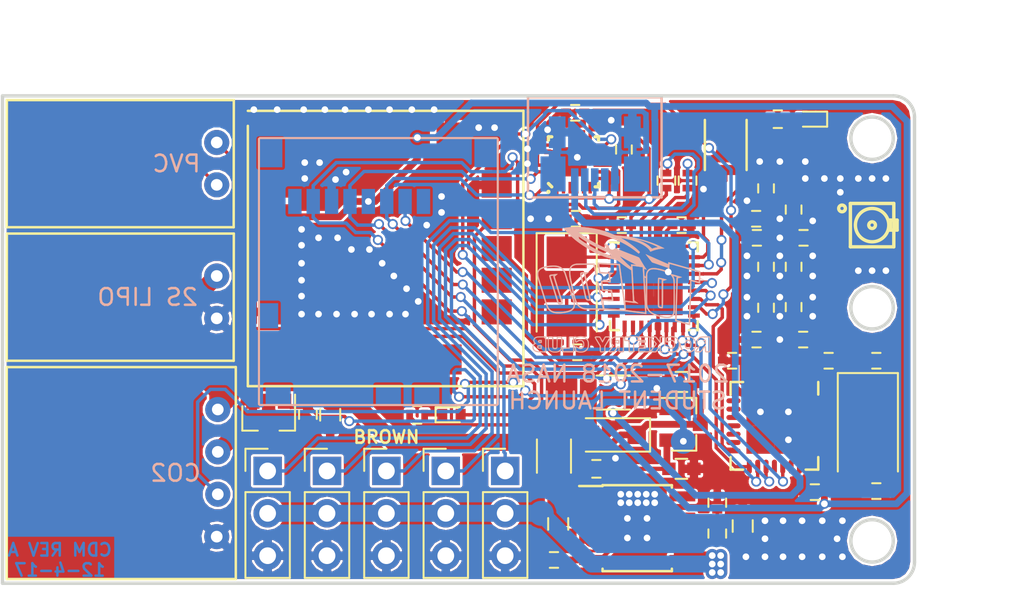
<source format=kicad_pcb>
(kicad_pcb (version 4) (host pcbnew 4.0.5+dfsg1-4)
  (layers (0 F.Cu signal) (31 B.Cu signal) (34 B.Paste user) (35 F.Paste user) (36 B.SilkS user) (37 F.SilkS user) (38 B.Mask user) (39 F.Mask user) (44 Edge.Cuts user))
  (net 0 "")
  (net 1 GND)
  (net 2 "Net-(C7-Pad2)")
  (net 3 MOSI)
  (net 4 MISO)
  (net 5 "Net-(U1-Pad5)")
  (net 6 "Net-(U1-Pad8)")
  (net 7 "Net-(U1-Pad10)")
  (net 8 "Net-(U1-Pad11)")
  (net 9 "Net-(U1-Pad12)")
  (net 10 "Net-(U1-Pad20)")
  (net 11 "Net-(U1-Pad21)")
  (net 12 "Net-(AE1-Pad1)")
  (net 13 "Net-(C2-Pad1)")
  (net 14 ANTP)
  (net 15 "Net-(C9-Pad2)")
  (net 16 ANTN)
  (net 17 +3V3)
  (net 18 +8V)
  (net 19 "Net-(D2-Pad2)")
  (net 20 "Net-(D3-Pad2)")
  (net 21 "Net-(D3-Pad1)")
  (net 22 "Net-(D4-Pad2)")
  (net 23 +5V)
  (net 24 +6V)
  (net 25 "Net-(J1-Pad1)")
  (net 26 CS_SD)
  (net 27 SCK)
  (net 28 "Net-(J1-Pad8)")
  (net 29 "Net-(J1-PadDL)")
  (net 30 "Net-(J1-PadDS)")
  (net 31 PWM_S1)
  (net 32 PWM_S2)
  (net 33 PWM_S3)
  (net 34 PWM_S4)
  (net 35 PWM_S5)
  (net 36 "Net-(P7-Pad2)")
  (net 37 E-CONTACT)
  (net 38 "Net-(P9-Pad2)")
  (net 39 E_MATCH)
  (net 40 "Net-(R3-Pad1)")
  (net 41 "Net-(R4-Pad1)")
  (net 42 "Net-(R5-Pad2)")
  (net 43 "Net-(SW1-Pad1)")
  (net 44 RX_AVR)
  (net 45 TX_AVR)
  (net 46 "Net-(U1-Pad13)")
  (net 47 CS_AX5043)
  (net 48 INT_AX5043)
  (net 49 INT_MPU9250)
  (net 50 CS_MPU9250)
  (net 51 "Net-(U6-Pad7)")
  (net 52 "Net-(U6-Pad19)")
  (net 53 "Net-(C1-Pad1)")
  (net 54 "Net-(C5-Pad1)")
  (net 55 "Net-(C6-Pad2)")
  (net 56 "Net-(C11-Pad2)")
  (net 57 "Net-(C12-Pad2)")
  (net 58 "Net-(C18-Pad1)")
  (net 59 "Net-(C19-Pad1)")
  (net 60 "Net-(C20-Pad2)")
  (net 61 "Net-(C23-Pad2)")
  (net 62 "Net-(P4-Pad2)")
  (net 63 "Net-(P9-Pad3)")
  (net 64 "Net-(P9-Pad4)")
  (net 65 "Net-(U3-Pad3)")
  (net 66 "Net-(U3-Pad8)")
  (net 67 "Net-(U3-Pad7)")
  (net 68 "Net-(U3-Pad9)")
  (net 69 "Net-(U3-Pad12)")
  (net 70 "Net-(U3-Pad19)")
  (net 71 "Net-(U3-Pad18)")
  (net 72 "Net-(U5-Pad5)")
  (net 73 "Net-(U5-Pad26)")
  (net 74 "Net-(U6-Pad11)")
  (net 75 "Net-(U6-Pad21)")
  (net 76 SERVO_EN)
  (net 77 "Net-(R6-Pad1)")
  (net 78 "Net-(R7-Pad2)")
  (net 79 8V_FUSE)
  (net 80 "Net-(U3-Pad10)")
  (net 81 "Net-(U3-Pad11)")
  (module "MOD:GND VIA" (layer F.Cu) (at 93.599 84.582 90)
    (fp_text reference "" (at 0 0 90) (layer F.SilkS))
    (fp_text value "" (at 0 0 90) (layer F.SilkS))
    (pad 1 thru_hole circle (at 0 1.27 90) (size 0.6 0.6) (drill 0.4) (layers *.Cu) (net 1 GND))
  )
  (module "MOD:GND VIA" (layer F.Cu) (at 95.377 86.233 90)
    (fp_text reference "" (at 0 0 90) (layer F.SilkS))
    (fp_text value "" (at 0 0 90) (layer F.SilkS))
    (pad 1 thru_hole circle (at 0 1.27 90) (size 0.6 0.6) (drill 0.4) (layers *.Cu) (net 1 GND))
  )
  (module "MOD:GND VIA" (layer F.Cu) (at 100.1395 100.076 90)
    (fp_text reference "" (at 0 0 90) (layer F.SilkS))
    (fp_text value "" (at 0 0 90) (layer F.SilkS))
    (pad 1 thru_hole circle (at 0 1.27 90) (size 0.6 0.6) (drill 0.4) (layers *.Cu) (net 1 GND))
  )
  (module "MOD:GND VIA" (layer F.Cu) (at 97.663 104.267 90)
    (fp_text reference "" (at 0 0 90) (layer F.SilkS))
    (fp_text value "" (at 0 0 90) (layer F.SilkS))
    (pad 1 thru_hole circle (at 0 1.27 90) (size 0.6 0.6) (drill 0.4) (layers *.Cu) (net 1 GND))
  )
  (module "MOD:GND VIA" (layer F.Cu) (at 92.583 89.916 90)
    (fp_text reference "" (at 0 0 90) (layer F.SilkS))
    (fp_text value "" (at 0 0 90) (layer F.SilkS))
    (pad 1 thru_hole circle (at 0 1.27 90) (size 0.6 0.6) (drill 0.4) (layers *.Cu) (net 1 GND))
  )
  (module "MOD:GND VIA" (layer F.Cu) (at 93.6625 89.916 90)
    (fp_text reference "" (at 0 0 90) (layer F.SilkS))
    (fp_text value "" (at 0 0 90) (layer F.SilkS))
    (pad 1 thru_hole circle (at 0 1.27 90) (size 0.6 0.6) (drill 0.4) (layers *.Cu) (net 1 GND))
  )
  (module "MOD:GND VIA" (layer F.Cu) (at 110.9345 109.093 90)
    (fp_text reference "" (at 0 0 90) (layer F.SilkS))
    (fp_text value "" (at 0 0 90) (layer F.SilkS))
    (pad 1 thru_hole circle (at 0 1.27 90) (size 0.6 0.6) (drill 0.4) (layers *.Cu) (net 1 GND))
  )
  (module "MOD:GND VIA" (layer F.Cu) (at 111.252 110.1725 90)
    (fp_text reference "" (at 0 0 90) (layer F.SilkS))
    (fp_text value "" (at 0 0 90) (layer F.SilkS))
    (pad 1 thru_hole circle (at 0 1.27 90) (size 0.6 0.6) (drill 0.4) (layers *.Cu) (net 1 GND))
  )
  (module "MOD:GND VIA" (layer F.Cu) (at 110.0455 110.1725 90)
    (fp_text reference "" (at 0 0 90) (layer F.SilkS))
    (fp_text value "" (at 0 0 90) (layer F.SilkS))
    (pad 1 thru_hole circle (at 0 1.27 90) (size 0.6 0.6) (drill 0.4) (layers *.Cu) (net 1 GND))
  )
  (module "MOD:GND VIA" (layer F.Cu) (at 108.839 110.1725 90)
    (fp_text reference "" (at 0 0 90) (layer F.SilkS))
    (fp_text value "" (at 0 0 90) (layer F.SilkS))
    (pad 1 thru_hole circle (at 0 1.27 90) (size 0.6 0.6) (drill 0.4) (layers *.Cu) (net 1 GND))
  )
  (module "MOD:GND VIA" (layer F.Cu) (at 107.696 110.1725 90)
    (fp_text reference "" (at 0 0 90) (layer F.SilkS))
    (fp_text value "" (at 0 0 90) (layer F.SilkS))
    (pad 1 thru_hole circle (at 0 1.27 90) (size 0.6 0.6) (drill 0.4) (layers *.Cu) (net 1 GND))
  )
  (module "MOD:GND VIA" (layer F.Cu) (at 105.4735 110.1725 90)
    (fp_text reference "" (at 0 0 90) (layer F.SilkS))
    (fp_text value "" (at 0 0 90) (layer F.SilkS))
    (pad 1 thru_hole circle (at 0 1.27 90) (size 0.6 0.6) (drill 0.4) (layers *.Cu) (net 1 GND))
  )
  (module "MOD:GND VIA" (layer F.Cu) (at 106.6165 110.1725 90)
    (fp_text reference "" (at 0 0 90) (layer F.SilkS))
    (fp_text value "" (at 0 0 90) (layer F.SilkS))
    (pad 1 thru_hole circle (at 0 1.27 90) (size 0.6 0.6) (drill 0.4) (layers *.Cu) (net 1 GND))
  )
  (module "MOD:GND VIA" (layer F.Cu) (at 106.6165 109.093 90)
    (fp_text reference "" (at 0 0 90) (layer F.SilkS))
    (fp_text value "" (at 0 0 90) (layer F.SilkS))
    (pad 1 thru_hole circle (at 0 1.27 90) (size 0.6 0.6) (drill 0.4) (layers *.Cu) (net 1 GND))
  )
  (module "MOD:GND VIA" (layer F.Cu) (at 106.6165 108.0135 90)
    (fp_text reference "" (at 0 0 90) (layer F.SilkS))
    (fp_text value "" (at 0 0 90) (layer F.SilkS))
    (pad 1 thru_hole circle (at 0 1.27 90) (size 0.6 0.6) (drill 0.4) (layers *.Cu) (net 1 GND))
  )
  (module "MOD:GND VIA" (layer F.Cu) (at 107.696 108.0135 90)
    (fp_text reference "" (at 0 0 90) (layer F.SilkS))
    (fp_text value "" (at 0 0 90) (layer F.SilkS))
    (pad 1 thru_hole circle (at 0 1.27 90) (size 0.6 0.6) (drill 0.4) (layers *.Cu) (net 1 GND))
  )
  (module "MOD:GND VIA" (layer F.Cu) (at 108.839 108.0135 90)
    (fp_text reference "" (at 0 0 90) (layer F.SilkS))
    (fp_text value "" (at 0 0 90) (layer F.SilkS))
    (pad 1 thru_hole circle (at 0 1.27 90) (size 0.6 0.6) (drill 0.4) (layers *.Cu) (net 1 GND))
  )
  (module "MOD:GND VIA" (layer F.Cu) (at 110.0455 108.0135 90)
    (fp_text reference "" (at 0 0 90) (layer F.SilkS))
    (fp_text value "" (at 0 0 90) (layer F.SilkS))
    (pad 1 thru_hole circle (at 0 1.27 90) (size 0.6 0.6) (drill 0.4) (layers *.Cu) (net 1 GND))
  )
  (module "MOD:GND VIA" (layer F.Cu) (at 111.252 108.0135 90)
    (fp_text reference "" (at 0 0 90) (layer F.SilkS))
    (fp_text value "" (at 0 0 90) (layer F.SilkS))
    (pad 1 thru_hole circle (at 0 1.27 90) (size 0.6 0.6) (drill 0.4) (layers *.Cu) (net 1 GND))
  )
  (module "MOD:GND VIA" (layer F.Cu) (at 76.0095 83.3755 90)
    (fp_text reference "" (at 0 0 90) (layer F.SilkS))
    (fp_text value "" (at 0 0 90) (layer F.SilkS))
    (pad 1 thru_hole circle (at 0 1.27 90) (size 0.6 0.6) (drill 0.4) (layers *.Cu) (net 1 GND))
  )
  (module "MOD:GND VIA" (layer F.Cu) (at 77.4065 83.3755 90)
    (fp_text reference "" (at 0 0 90) (layer F.SilkS))
    (fp_text value "" (at 0 0 90) (layer F.SilkS))
    (pad 1 thru_hole circle (at 0 1.27 90) (size 0.6 0.6) (drill 0.4) (layers *.Cu) (net 1 GND))
  )
  (module "MOD:GND VIA" (layer F.Cu) (at 78.994 83.3755 90)
    (fp_text reference "" (at 0 0 90) (layer F.SilkS))
    (fp_text value "" (at 0 0 90) (layer F.SilkS))
    (pad 1 thru_hole circle (at 0 1.27 90) (size 0.6 0.6) (drill 0.4) (layers *.Cu) (net 1 GND))
  )
  (module "MOD:GND VIA" (layer F.Cu) (at 80.264 83.3755 90)
    (fp_text reference "" (at 0 0 90) (layer F.SilkS))
    (fp_text value "" (at 0 0 90) (layer F.SilkS))
    (pad 1 thru_hole circle (at 0 1.27 90) (size 0.6 0.6) (drill 0.4) (layers *.Cu) (net 1 GND))
  )
  (module "MOD:GND VIA" (layer F.Cu) (at 81.4705 83.3755 90)
    (fp_text reference "" (at 0 0 90) (layer F.SilkS))
    (fp_text value "" (at 0 0 90) (layer F.SilkS))
    (pad 1 thru_hole circle (at 0 1.27 90) (size 0.6 0.6) (drill 0.4) (layers *.Cu) (net 1 GND))
  )
  (module "MOD:GND VIA" (layer F.Cu) (at 82.8675 83.3755 90)
    (fp_text reference "" (at 0 0 90) (layer F.SilkS))
    (fp_text value "" (at 0 0 90) (layer F.SilkS))
    (pad 1 thru_hole circle (at 0 1.27 90) (size 0.6 0.6) (drill 0.4) (layers *.Cu) (net 1 GND))
  )
  (module "MOD:GND VIA" (layer F.Cu) (at 84.1375 83.3755 90)
    (fp_text reference "" (at 0 0 90) (layer F.SilkS))
    (fp_text value "" (at 0 0 90) (layer F.SilkS))
    (pad 1 thru_hole circle (at 0 1.27 90) (size 0.6 0.6) (drill 0.4) (layers *.Cu) (net 1 GND))
  )
  (module "MOD:GND VIA" (layer F.Cu) (at 85.471 83.3755 90)
    (fp_text reference "" (at 0 0 90) (layer F.SilkS))
    (fp_text value "" (at 0 0 90) (layer F.SilkS))
    (pad 1 thru_hole circle (at 0 1.27 90) (size 0.6 0.6) (drill 0.4) (layers *.Cu) (net 1 GND))
  )
  (module "MOD:GND VIA" (layer F.Cu) (at 86.8045 83.3755 90)
    (fp_text reference "" (at 0 0 90) (layer F.SilkS))
    (fp_text value "" (at 0 0 90) (layer F.SilkS))
    (pad 1 thru_hole circle (at 0 1.27 90) (size 0.6 0.6) (drill 0.4) (layers *.Cu) (net 1 GND))
  )
  (module "MOD:GND VIA" (layer F.Cu) (at 90.424 84.455 90)
    (fp_text reference "" (at 0 0 90) (layer F.SilkS))
    (fp_text value "" (at 0 0 90) (layer F.SilkS))
    (pad 1 thru_hole circle (at 0 1.27 90) (size 0.6 0.6) (drill 0.4) (layers *.Cu) (net 1 GND))
  )
  (module "MOD:GND VIA" (layer F.Cu) (at 89.4715 84.455 90)
    (fp_text reference "" (at 0 0 90) (layer F.SilkS))
    (fp_text value "" (at 0 0 90) (layer F.SilkS))
    (pad 1 thru_hole circle (at 0 1.27 90) (size 0.6 0.6) (drill 0.4) (layers *.Cu) (net 1 GND))
  )
  (module "MOD:GND VIA" (layer F.Cu) (at 87.249 88.5825 90)
    (fp_text reference "" (at 0 0 90) (layer F.SilkS))
    (fp_text value "" (at 0 0 90) (layer F.SilkS))
    (pad 1 thru_hole circle (at 0 1.27 90) (size 0.6 0.6) (drill 0.4) (layers *.Cu) (net 1 GND))
  )
  (module "MOD:GND VIA" (layer F.Cu) (at 87.249 89.535 90)
    (fp_text reference "" (at 0 0 90) (layer F.SilkS))
    (fp_text value "" (at 0 0 90) (layer F.SilkS))
    (pad 1 thru_hole circle (at 0 1.27 90) (size 0.6 0.6) (drill 0.4) (layers *.Cu) (net 1 GND))
  )
  (module "MOD:GND VIA" (layer F.Cu) (at 86.36 90.297 90)
    (fp_text reference "" (at 0 0 90) (layer F.SilkS))
    (fp_text value "" (at 0 0 90) (layer F.SilkS))
    (pad 1 thru_hole circle (at 0 1.27 90) (size 0.6 0.6) (drill 0.4) (layers *.Cu) (net 1 GND))
  )
  (module "MOD:GND VIA" (layer F.Cu) (at 79.883 91.059 90)
    (fp_text reference "" (at 0 0 90) (layer F.SilkS))
    (fp_text value "" (at 0 0 90) (layer F.SilkS))
    (pad 1 thru_hole circle (at 0 1.27 90) (size 0.6 0.6) (drill 0.4) (layers *.Cu) (net 1 GND))
  )
  (module "MOD:GND VIA" (layer F.Cu) (at 81.026 91.059 90)
    (fp_text reference "" (at 0 0 90) (layer F.SilkS))
    (fp_text value "" (at 0 0 90) (layer F.SilkS))
    (pad 1 thru_hole circle (at 0 1.27 90) (size 0.6 0.6) (drill 0.4) (layers *.Cu) (net 1 GND))
  )
  (module "MOD:GND VIA" (layer F.Cu) (at 81.8515 91.7575 90)
    (fp_text reference "" (at 0 0 90) (layer F.SilkS))
    (fp_text value "" (at 0 0 90) (layer F.SilkS))
    (pad 1 thru_hole circle (at 0 1.27 90) (size 0.6 0.6) (drill 0.4) (layers *.Cu) (net 1 GND))
  )
  (module "MOD:GND VIA" (layer F.Cu) (at 82.931 91.7575 90)
    (fp_text reference "" (at 0 0 90) (layer F.SilkS))
    (fp_text value "" (at 0 0 90) (layer F.SilkS))
    (pad 1 thru_hole circle (at 0 1.27 90) (size 0.6 0.6) (drill 0.4) (layers *.Cu) (net 1 GND))
  )
  (module "MOD:GND VIA" (layer F.Cu) (at 83.693 92.583 90)
    (fp_text reference "" (at 0 0 90) (layer F.SilkS))
    (fp_text value "" (at 0 0 90) (layer F.SilkS))
    (pad 1 thru_hole circle (at 0 1.27 90) (size 0.6 0.6) (drill 0.4) (layers *.Cu) (net 1 GND))
  )
  (module "MOD:GND VIA" (layer F.Cu) (at 84.3915 93.345 90)
    (fp_text reference "" (at 0 0 90) (layer F.SilkS))
    (fp_text value "" (at 0 0 90) (layer F.SilkS))
    (pad 1 thru_hole circle (at 0 1.27 90) (size 0.6 0.6) (drill 0.4) (layers *.Cu) (net 1 GND))
  )
  (module "MOD:GND VIA" (layer F.Cu) (at 85.1535 94.107 90)
    (fp_text reference "" (at 0 0 90) (layer F.SilkS))
    (fp_text value "" (at 0 0 90) (layer F.SilkS))
    (pad 1 thru_hole circle (at 0 1.27 90) (size 0.6 0.6) (drill 0.4) (layers *.Cu) (net 1 GND))
  )
  (module "MOD:GND VIA" (layer F.Cu) (at 85.852 94.869 90)
    (fp_text reference "" (at 0 0 90) (layer F.SilkS))
    (fp_text value "" (at 0 0 90) (layer F.SilkS))
    (pad 1 thru_hole circle (at 0 1.27 90) (size 0.6 0.6) (drill 0.4) (layers *.Cu) (net 1 GND))
  )
  (module "MOD:GND VIA" (layer F.Cu) (at 85.09 95.631 90)
    (fp_text reference "" (at 0 0 90) (layer F.SilkS))
    (fp_text value "" (at 0 0 90) (layer F.SilkS))
    (pad 1 thru_hole circle (at 0 1.27 90) (size 0.6 0.6) (drill 0.4) (layers *.Cu) (net 1 GND))
  )
  (module "MOD:GND VIA" (layer F.Cu) (at 84.1375 95.631 90)
    (fp_text reference "" (at 0 0 90) (layer F.SilkS))
    (fp_text value "" (at 0 0 90) (layer F.SilkS))
    (pad 1 thru_hole circle (at 0 1.27 90) (size 0.6 0.6) (drill 0.4) (layers *.Cu) (net 1 GND))
  )
  (module "MOD:GND VIA" (layer F.Cu) (at 83.058 95.631 90)
    (fp_text reference "" (at 0 0 90) (layer F.SilkS))
    (fp_text value "" (at 0 0 90) (layer F.SilkS))
    (pad 1 thru_hole circle (at 0 1.27 90) (size 0.6 0.6) (drill 0.4) (layers *.Cu) (net 1 GND))
  )
  (module "MOD:GND VIA" (layer F.Cu) (at 82.042 95.631 90)
    (fp_text reference "" (at 0 0 90) (layer F.SilkS))
    (fp_text value "" (at 0 0 90) (layer F.SilkS))
    (pad 1 thru_hole circle (at 0 1.27 90) (size 0.6 0.6) (drill 0.4) (layers *.Cu) (net 1 GND))
  )
  (module "MOD:GND VIA" (layer F.Cu) (at 80.9625 95.631 90)
    (fp_text reference "" (at 0 0 90) (layer F.SilkS))
    (fp_text value "" (at 0 0 90) (layer F.SilkS))
    (pad 1 thru_hole circle (at 0 1.27 90) (size 0.6 0.6) (drill 0.4) (layers *.Cu) (net 1 GND))
  )
  (module "MOD:GND VIA" (layer F.Cu) (at 79.883 95.631 90)
    (fp_text reference "" (at 0 0 90) (layer F.SilkS))
    (fp_text value "" (at 0 0 90) (layer F.SilkS))
    (pad 1 thru_hole circle (at 0 1.27 90) (size 0.6 0.6) (drill 0.4) (layers *.Cu) (net 1 GND))
  )
  (module "MOD:GND VIA" (layer F.Cu) (at 78.867 95.631 90)
    (fp_text reference "" (at 0 0 90) (layer F.SilkS))
    (fp_text value "" (at 0 0 90) (layer F.SilkS))
    (pad 1 thru_hole circle (at 0 1.27 90) (size 0.6 0.6) (drill 0.4) (layers *.Cu) (net 1 GND))
  )
  (module "MOD:GND VIA" (layer F.Cu) (at 78.867 94.5515 90)
    (fp_text reference "" (at 0 0 90) (layer F.SilkS))
    (fp_text value "" (at 0 0 90) (layer F.SilkS))
    (pad 1 thru_hole circle (at 0 1.27 90) (size 0.6 0.6) (drill 0.4) (layers *.Cu) (net 1 GND))
  )
  (module "MOD:GND VIA" (layer F.Cu) (at 78.867 90.551 90)
    (fp_text reference "" (at 0 0 90) (layer F.SilkS))
    (fp_text value "" (at 0 0 90) (layer F.SilkS))
    (pad 1 thru_hole circle (at 0 1.27 90) (size 0.6 0.6) (drill 0.4) (layers *.Cu) (net 1 GND))
  )
  (module "MOD:GND VIA" (layer F.Cu) (at 78.867 91.5035 90)
    (fp_text reference "" (at 0 0 90) (layer F.SilkS))
    (fp_text value "" (at 0 0 90) (layer F.SilkS))
    (pad 1 thru_hole circle (at 0 1.27 90) (size 0.6 0.6) (drill 0.4) (layers *.Cu) (net 1 GND))
  )
  (module "MOD:GND VIA" (layer F.Cu) (at 78.867 92.583 90)
    (fp_text reference "" (at 0 0 90) (layer F.SilkS))
    (fp_text value "" (at 0 0 90) (layer F.SilkS))
    (pad 1 thru_hole circle (at 0 1.27 90) (size 0.6 0.6) (drill 0.4) (layers *.Cu) (net 1 GND))
  )
  (module "MOD:GND VIA" (layer F.Cu) (at 78.867 93.599 90)
    (fp_text reference "" (at 0 0 90) (layer F.SilkS))
    (fp_text value "" (at 0 0 90) (layer F.SilkS))
    (pad 1 thru_hole circle (at 0 1.27 90) (size 0.6 0.6) (drill 0.4) (layers *.Cu) (net 1 GND))
  )
  (module "MOD:GND VIA" (layer F.Cu) (at 81.534 87.122 90)
    (fp_text reference "" (at 0 0 90) (layer F.SilkS))
    (fp_text value "" (at 0 0 90) (layer F.SilkS))
    (pad 1 thru_hole circle (at 0 1.27 90) (size 0.6 0.6) (drill 0.4) (layers *.Cu) (net 1 GND))
  )
  (module "MOD:GND VIA" (layer F.Cu) (at 80.899 87.5665 90)
    (fp_text reference "" (at 0 0 90) (layer F.SilkS))
    (fp_text value "" (at 0 0 90) (layer F.SilkS))
    (pad 1 thru_hole circle (at 0 1.27 90) (size 0.6 0.6) (drill 0.4) (layers *.Cu) (net 1 GND))
  )
  (module "MOD:GND VIA" (layer F.Cu) (at 79.0575 87.503 90)
    (fp_text reference "" (at 0 0 90) (layer F.SilkS))
    (fp_text value "" (at 0 0 90) (layer F.SilkS))
    (pad 1 thru_hole circle (at 0 1.27 90) (size 0.6 0.6) (drill 0.4) (layers *.Cu) (net 1 GND))
  )
  (module "MOD:GND VIA" (layer F.Cu) (at 79.0575 86.5505 90)
    (fp_text reference "" (at 0 0 90) (layer F.SilkS))
    (fp_text value "" (at 0 0 90) (layer F.SilkS))
    (pad 1 thru_hole circle (at 0 1.27 90) (size 0.6 0.6) (drill 0.4) (layers *.Cu) (net 1 GND))
  )
  (module "MOD:GND VIA" (layer F.Cu) (at 79.9465 86.5505 90)
    (fp_text reference "" (at 0 0 90) (layer F.SilkS))
    (fp_text value "" (at 0 0 90) (layer F.SilkS))
    (pad 1 thru_hole circle (at 0 1.27 90) (size 0.6 0.6) (drill 0.4) (layers *.Cu) (net 1 GND))
  )
  (module "MOD:GND VIA" (layer F.Cu) (at 92.3925 86.614 90)
    (fp_text reference "" (at 0 0 90) (layer F.SilkS))
    (fp_text value "" (at 0 0 90) (layer F.SilkS))
    (pad 1 thru_hole circle (at 0 1.27 90) (size 0.6 0.6) (drill 0.4) (layers *.Cu) (net 1 GND))
  )
  (module "MOD:GND VIA" (layer F.Cu) (at 92.3925 85.725 90)
    (fp_text reference "" (at 0 0 90) (layer F.SilkS))
    (fp_text value "" (at 0 0 90) (layer F.SilkS))
    (pad 1 thru_hole circle (at 0 1.27 90) (size 0.6 0.6) (drill 0.4) (layers *.Cu) (net 1 GND))
  )
  (module "MOD:GND VIA" (layer F.Cu) (at 97.409 84.0105 90)
    (fp_text reference "" (at 0 0 90) (layer F.SilkS))
    (fp_text value "" (at 0 0 90) (layer F.SilkS))
    (pad 1 thru_hole circle (at 0 1.27 90) (size 0.6 0.6) (drill 0.4) (layers *.Cu) (net 1 GND))
  )
  (module "MOD:GND VIA" (layer F.Cu) (at 103.456133 111.115633 90)
    (fp_text reference "" (at 0 0 90) (layer F.SilkS))
    (fp_text value "" (at 0 0 90) (layer F.SilkS))
    (pad 1 thru_hole circle (at 0 1.27 90) (size 0.6 0.6) (drill 0.4) (layers *.Cu) (net 24 +6V))
  )
  (module "MOD:GND VIA" (layer F.Cu) (at 100.7745 108.204 180)
    (fp_text reference "" (at 0 0 180) (layer F.SilkS))
    (fp_text value "" (at 0 0 180) (layer F.SilkS))
    (pad 1 thru_hole circle (at 0 1.27 180) (size 0.6 0.6) (drill 0.4) (layers *.Cu) (net 1 GND))
  )
  (module "MOD:GND VIA" (layer F.Cu) (at 100.7745 107.696 180)
    (fp_text reference "" (at 0 0 180) (layer F.SilkS))
    (fp_text value "" (at 0 0 180) (layer F.SilkS))
    (pad 1 thru_hole circle (at 0 1.27 180) (size 0.6 0.6) (drill 0.4) (layers *.Cu) (net 1 GND))
  )
  (module "MOD:GND VIA" (layer F.Cu) (at 101.2825 108.204 180)
    (fp_text reference "" (at 0 0 180) (layer F.SilkS))
    (fp_text value "" (at 0 0 180) (layer F.SilkS))
    (pad 1 thru_hole circle (at 0 1.27 180) (size 0.6 0.6) (drill 0.4) (layers *.Cu) (net 1 GND))
  )
  (module "MOD:GND VIA" (layer F.Cu) (at 101.2825 107.696001 180)
    (fp_text reference "" (at 0 0 180) (layer F.SilkS))
    (fp_text value "" (at 0 0 180) (layer F.SilkS))
    (pad 1 thru_hole circle (at 0 1.27 180) (size 0.6 0.6) (drill 0.4) (layers *.Cu) (net 1 GND))
  )
  (module "MOD:GND VIA" (layer F.Cu) (at 100.2665 107.696 180)
    (fp_text reference "" (at 0 0 180) (layer F.SilkS))
    (fp_text value "" (at 0 0 180) (layer F.SilkS))
    (pad 1 thru_hole circle (at 0 1.27 180) (size 0.6 0.6) (drill 0.4) (layers *.Cu) (net 1 GND))
  )
  (module "MOD:GND VIA" (layer F.Cu) (at 100.2665 108.204 180)
    (fp_text reference "" (at 0 0 180) (layer F.SilkS))
    (fp_text value "" (at 0 0 180) (layer F.SilkS))
    (pad 1 thru_hole circle (at 0 1.27 180) (size 0.6 0.6) (drill 0.4) (layers *.Cu) (net 1 GND))
  )
  (module "MOD:GND VIA" (layer F.Cu) (at 99.7585 108.204 180)
    (fp_text reference "" (at 0 0 180) (layer F.SilkS))
    (fp_text value "" (at 0 0 180) (layer F.SilkS))
    (pad 1 thru_hole circle (at 0 1.27 180) (size 0.6 0.6) (drill 0.4) (layers *.Cu) (net 1 GND))
  )
  (module "MOD:GND VIA" (layer F.Cu) (at 99.7585 107.696001 180)
    (fp_text reference "" (at 0 0 180) (layer F.SilkS))
    (fp_text value "" (at 0 0 180) (layer F.SilkS))
    (pad 1 thru_hole circle (at 0 1.27 180) (size 0.6 0.6) (drill 0.4) (layers *.Cu) (net 1 GND))
  )
  (module "MOD:GND VIA" (layer F.Cu) (at 99.2505 107.696 180)
    (fp_text reference "" (at 0 0 180) (layer F.SilkS))
    (fp_text value "" (at 0 0 180) (layer F.SilkS))
    (pad 1 thru_hole circle (at 0 1.27 180) (size 0.6 0.6) (drill 0.4) (layers *.Cu) (net 1 GND))
  )
  (module "MOD:GND VIA" (layer F.Cu) (at 99.2505 108.204 180)
    (fp_text reference "" (at 0 0 180) (layer F.SilkS))
    (fp_text value "" (at 0 0 180) (layer F.SilkS))
    (pad 1 thru_hole circle (at 0 1.27 180) (size 0.6 0.6) (drill 0.4) (layers *.Cu) (net 1 GND))
  )
  (module "MOD:GND VIA" (layer F.Cu) (at 106.299 86.487 90)
    (fp_text reference "" (at 0 0 90) (layer F.SilkS))
    (fp_text value "" (at 0 0 90) (layer F.SilkS))
    (pad 1 thru_hole circle (at 0 1.27 90) (size 0.6 0.6) (drill 0.4) (layers *.Cu) (net 1 GND))
  )
  (module "MOD:GND VIA" (layer F.Cu) (at 105.537 88.8365 90)
    (fp_text reference "" (at 0 0 90) (layer F.SilkS))
    (fp_text value "" (at 0 0 90) (layer F.SilkS))
    (pad 1 thru_hole circle (at 0 1.27 90) (size 0.6 0.6) (drill 0.4) (layers *.Cu) (net 1 GND))
  )
  (module "MOD:GND VIA" (layer F.Cu) (at 105.537 92.1385 90)
    (fp_text reference "" (at 0 0 90) (layer F.SilkS))
    (fp_text value "" (at 0 0 90) (layer F.SilkS))
    (pad 1 thru_hole circle (at 0 1.27 90) (size 0.6 0.6) (drill 0.4) (layers *.Cu) (net 1 GND))
  )
  (module "MOD:GND VIA" (layer F.Cu) (at 105.537 93.345 90)
    (fp_text reference "" (at 0 0 90) (layer F.SilkS))
    (fp_text value "" (at 0 0 90) (layer F.SilkS))
    (pad 1 thru_hole circle (at 0 1.27 90) (size 0.6 0.6) (drill 0.4) (layers *.Cu) (net 1 GND))
  )
  (module "MOD:GND VIA" (layer F.Cu) (at 105.537 94.615 90)
    (fp_text reference "" (at 0 0 90) (layer F.SilkS))
    (fp_text value "" (at 0 0 90) (layer F.SilkS))
    (pad 1 thru_hole circle (at 0 1.27 90) (size 0.6 0.6) (drill 0.4) (layers *.Cu) (net 1 GND))
  )
  (module "MOD:GND VIA" (layer F.Cu) (at 105.537 95.758 90)
    (fp_text reference "" (at 0 0 90) (layer F.SilkS))
    (fp_text value "" (at 0 0 90) (layer F.SilkS))
    (pad 1 thru_hole circle (at 0 1.27 90) (size 0.6 0.6) (drill 0.4) (layers *.Cu) (net 1 GND))
  )
  (module "MOD:GND VIA" (layer F.Cu) (at 109.474 95.758 90)
    (fp_text reference "" (at 0 0 90) (layer F.SilkS))
    (fp_text value "" (at 0 0 90) (layer F.SilkS))
    (pad 1 thru_hole circle (at 0 1.27 90) (size 0.6 0.6) (drill 0.4) (layers *.Cu) (net 1 GND))
  )
  (module "MOD:GND VIA" (layer F.Cu) (at 109.474 94.615 90)
    (fp_text reference "" (at 0 0 90) (layer F.SilkS))
    (fp_text value "" (at 0 0 90) (layer F.SilkS))
    (pad 1 thru_hole circle (at 0 1.27 90) (size 0.6 0.6) (drill 0.4) (layers *.Cu) (net 1 GND))
  )
  (module "MOD:GND VIA" (layer F.Cu) (at 109.474 93.345 90)
    (fp_text reference "" (at 0 0 90) (layer F.SilkS))
    (fp_text value "" (at 0 0 90) (layer F.SilkS))
    (pad 1 thru_hole circle (at 0 1.27 90) (size 0.6 0.6) (drill 0.4) (layers *.Cu) (net 1 GND))
  )
  (module "MOD:GND VIA" (layer F.Cu) (at 109.474 92.1385 90)
    (fp_text reference "" (at 0 0 90) (layer F.SilkS))
    (fp_text value "" (at 0 0 90) (layer F.SilkS))
    (pad 1 thru_hole circle (at 0 1.27 90) (size 0.6 0.6) (drill 0.4) (layers *.Cu) (net 1 GND))
  )
  (module "MOD:GND VIA" (layer F.Cu) (at 109.474 90.043 90)
    (fp_text reference "" (at 0 0 90) (layer F.SilkS))
    (fp_text value "" (at 0 0 90) (layer F.SilkS))
    (pad 1 thru_hole circle (at 0 1.27 90) (size 0.6 0.6) (drill 0.4) (layers *.Cu) (net 1 GND))
  )
  (module "MOD:GND VIA" (layer F.Cu) (at 112.2045 93.0275 90)
    (fp_text reference "" (at 0 0 90) (layer F.SilkS))
    (fp_text value "" (at 0 0 90) (layer F.SilkS))
    (pad 1 thru_hole circle (at 0 1.27 90) (size 0.6 0.6) (drill 0.4) (layers *.Cu) (net 1 GND))
  )
  (module "MOD:GND VIA" (layer F.Cu) (at 113.8555 93.0275 90)
    (fp_text reference "" (at 0 0 90) (layer F.SilkS))
    (fp_text value "" (at 0 0 90) (layer F.SilkS))
    (pad 1 thru_hole circle (at 0 1.27 90) (size 0.6 0.6) (drill 0.4) (layers *.Cu) (net 1 GND))
  )
  (module "MOD:GND VIA" (layer F.Cu) (at 113.03 93.0275 90)
    (fp_text reference "" (at 0 0 90) (layer F.SilkS))
    (fp_text value "" (at 0 0 90) (layer F.SilkS))
    (pad 1 thru_hole circle (at 0 1.27 90) (size 0.6 0.6) (drill 0.4) (layers *.Cu) (net 1 GND))
  )
  (module "MOD:GND VIA" (layer F.Cu) (at 113.8555 87.503 90)
    (fp_text reference "" (at 0 0 90) (layer F.SilkS))
    (fp_text value "" (at 0 0 90) (layer F.SilkS))
    (pad 1 thru_hole circle (at 0 1.27 90) (size 0.6 0.6) (drill 0.4) (layers *.Cu) (net 1 GND))
  )
  (module "MOD:GND VIA" (layer F.Cu) (at 113.03 87.503 90)
    (fp_text reference "" (at 0 0 90) (layer F.SilkS))
    (fp_text value "" (at 0 0 90) (layer F.SilkS))
    (pad 1 thru_hole circle (at 0 1.27 90) (size 0.6 0.6) (drill 0.4) (layers *.Cu) (net 1 GND))
  )
  (module "MOD:GND VIA" (layer F.Cu) (at 112.2045 87.503 90)
    (fp_text reference "" (at 0 0 90) (layer F.SilkS))
    (fp_text value "" (at 0 0 90) (layer F.SilkS))
    (pad 1 thru_hole circle (at 0 1.27 90) (size 0.6 0.6) (drill 0.4) (layers *.Cu) (net 1 GND))
  )
  (module "MOD:GND VIA" (layer F.Cu) (at 111.125 87.503 90)
    (fp_text reference "" (at 0 0 90) (layer F.SilkS))
    (fp_text value "" (at 0 0 90) (layer F.SilkS))
    (pad 1 thru_hole circle (at 0 1.27 90) (size 0.6 0.6) (drill 0.4) (layers *.Cu) (net 1 GND))
  )
  (module "MOD:GND VIA" (layer F.Cu) (at 111.125 88.3285 90)
    (fp_text reference "" (at 0 0 90) (layer F.SilkS))
    (fp_text value "" (at 0 0 90) (layer F.SilkS))
    (pad 1 thru_hole circle (at 0 1.27 90) (size 0.6 0.6) (drill 0.4) (layers *.Cu) (net 1 GND))
  )
  (module "MOD:GND VIA" (layer F.Cu) (at 110.1725 87.503 90)
    (fp_text reference "" (at 0 0 90) (layer F.SilkS))
    (fp_text value "" (at 0 0 90) (layer F.SilkS))
    (pad 1 thru_hole circle (at 0 1.27 90) (size 0.6 0.6) (drill 0.4) (layers *.Cu) (net 1 GND))
  )
  (module "MOD:GND VIA" (layer F.Cu) (at 109.0295 87.503 90)
    (fp_text reference "" (at 0 0 90) (layer F.SilkS))
    (fp_text value "" (at 0 0 90) (layer F.SilkS))
    (pad 1 thru_hole circle (at 0 1.27 90) (size 0.6 0.6) (drill 0.4) (layers *.Cu) (net 1 GND))
  )
  (module "MOD:GND VIA" (layer F.Cu) (at 109.0295 86.487 90)
    (fp_text reference "" (at 0 0 90) (layer F.SilkS))
    (fp_text value "" (at 0 0 90) (layer F.SilkS))
    (pad 1 thru_hole circle (at 0 1.27 90) (size 0.6 0.6) (drill 0.4) (layers *.Cu) (net 1 GND))
  )
  (module "MOD:GND VIA" (layer F.Cu) (at 107.5055 86.487 90)
    (fp_text reference "" (at 0 0 90) (layer F.SilkS))
    (fp_text value "" (at 0 0 90) (layer F.SilkS))
    (pad 1 thru_hole circle (at 0 1.27 90) (size 0.6 0.6) (drill 0.4) (layers *.Cu) (net 1 GND))
  )
  (module "MOD:GND VIA" (layer F.Cu) (at 107.5055 89.916 90)
    (fp_text reference "" (at 0 0 90) (layer F.SilkS))
    (fp_text value "" (at 0 0 90) (layer F.SilkS))
    (pad 1 thru_hole circle (at 0 1.27 90) (size 0.55 0.55) (drill 0.4) (layers *.Cu) (net 1 GND))
  )
  (module "MOD:GND VIA" (layer F.Cu) (at 107.5055 91.059 90)
    (fp_text reference "" (at 0 0 90) (layer F.SilkS))
    (fp_text value "" (at 0 0 90) (layer F.SilkS))
    (pad 1 thru_hole circle (at 0 1.27 90) (size 0.55 0.55) (drill 0.4) (layers *.Cu) (net 1 GND))
  )
  (module "MOD:GND VIA" (layer F.Cu) (at 107.5055 92.1385 90)
    (fp_text reference "" (at 0 0 90) (layer F.SilkS))
    (fp_text value "" (at 0 0 90) (layer F.SilkS))
    (pad 1 thru_hole circle (at 0 1.27 90) (size 0.55 0.55) (drill 0.4) (layers *.Cu) (net 1 GND))
  )
  (module "MOD:GND VIA" (layer F.Cu) (at 107.5055 93.345 90)
    (fp_text reference "" (at 0 0 90) (layer F.SilkS))
    (fp_text value "" (at 0 0 90) (layer F.SilkS))
    (pad 1 thru_hole circle (at 0 1.27 90) (size 0.55 0.55) (drill 0.4) (layers *.Cu) (net 1 GND))
  )
  (module "MOD:GND VIA" (layer F.Cu) (at 107.5055 94.615 90)
    (fp_text reference "" (at 0 0 90) (layer F.SilkS))
    (fp_text value "" (at 0 0 90) (layer F.SilkS))
    (pad 1 thru_hole circle (at 0 1.27 90) (size 0.55 0.55) (drill 0.4) (layers *.Cu) (net 1 GND))
  )
  (module "MOD:GND VIA" (layer F.Cu) (at 107.5055 95.758 90)
    (fp_text reference "" (at 0 0 90) (layer F.SilkS))
    (fp_text value "" (at 0 0 90) (layer F.SilkS))
    (pad 1 thru_hole circle (at 0 1.27 90) (size 0.55 0.55) (drill 0.4) (layers *.Cu) (net 1 GND))
  )
  (module "MOD:GND VIA" (layer F.Cu) (at 107.5055 97.155 90)
    (fp_text reference "" (at 0 0 90) (layer F.SilkS))
    (fp_text value "" (at 0 0 90) (layer F.SilkS))
    (pad 1 thru_hole circle (at 0 1.27 90) (size 0.55 0.55) (drill 0.4) (layers *.Cu) (net 1 GND))
  )
  (module "MOD:GND VIA" (layer F.Cu) (at 102.9335 88.138 90)
    (fp_text reference "" (at 0 0 90) (layer F.SilkS))
    (fp_text value "" (at 0 0 90) (layer F.SilkS))
    (pad 1 thru_hole circle (at 0 1.27 90) (size 0.6 0.6) (drill 0.4) (layers *.Cu) (net 1 GND))
  )
  (module Housings_SOIC:SOIC-8-1EP_3.9x4.9mm_Pitch1.27mm (layer F.Cu) (at 100.236 108.458)
    (fp_text reference U4 hide)
    (fp_text value SC1592ISTRT)
    (pad 1 smd rect (at -2.7 -1.905) (size 1.55 0.6) (layers F.Cu F.Paste F.Mask) (net 77 "Net-(R6-Pad1)"))
    (pad 2 smd rect (at -2.7 -0.635) (size 1.55 0.6) (layers F.Cu F.Paste F.Mask) (net 79 8V_FUSE))
    (pad 3 smd rect (at -2.7 0.635) (size 1.55 0.6) (layers F.Cu F.Paste F.Mask) (net 79 8V_FUSE))
    (pad 4 smd rect (at -2.7 1.905) (size 1.55 0.6) (layers F.Cu F.Paste F.Mask) (net 17 +3V3))
    (pad 5 smd rect (at 2.7 1.905) (size 1.55 0.6) (layers F.Cu F.Paste F.Mask) (net 24 +6V))
    (pad 6 smd rect (at 2.7 0.635) (size 1.55 0.6) (layers F.Cu F.Paste F.Mask) (net 24 +6V))
    (pad 7 smd rect (at 2.7 -0.635) (size 1.55 0.6) (layers F.Cu F.Paste F.Mask) (net 78 "Net-(R7-Pad2)"))
    (pad 8 smd rect (at 2.7 -1.905) (size 1.55 0.6) (layers F.Cu F.Paste F.Mask) (net 76 SERVO_EN))
    (pad 9 smd rect (at 0.5875 0.5875) (size 1.175 1.175) (layers F.Cu F.Paste F.Mask) (net 1 GND))
    (pad 9 smd rect (at 0.5875 -0.5875) (size 1.175 1.175) (layers F.Cu F.Paste F.Mask) (net 1 GND))
    (pad 9 smd rect (at -0.5875 0.5875) (size 1.175 1.175) (layers F.Cu F.Paste F.Mask) (net 1 GND))
    (pad 9 smd rect (at -0.5875 -0.5875) (size 1.175 1.175) (layers F.Cu F.Paste F.Mask) (net 1 GND))
  )
  (module "MOD:GND VIA" (layer F.Cu) (at 103.964133 110.099633 90)
    (fp_text reference "" (at 0 0 90) (layer F.SilkS))
    (fp_text value "" (at 0 0 90) (layer F.SilkS))
    (pad 1 thru_hole circle (at 0 1.27 90) (size 0.6 0.6) (drill 0.4) (layers *.Cu) (net 24 +6V))
  )
  (module "MOD:GND VIA" (layer F.Cu) (at 103.964133 110.607633 90)
    (fp_text reference "" (at 0 0 90) (layer F.SilkS))
    (fp_text value "" (at 0 0 90) (layer F.SilkS))
    (pad 1 thru_hole circle (at 0 1.27 90) (size 0.6 0.6) (drill 0.4) (layers *.Cu) (net 24 +6V))
  )
  (module "MOD:GND VIA" (layer F.Cu) (at 103.456133 110.607633 90)
    (fp_text reference "" (at 0 0 90) (layer F.SilkS))
    (fp_text value "" (at 0 0 90) (layer F.SilkS))
    (pad 1 thru_hole circle (at 0 1.27 90) (size 0.6 0.6) (drill 0.4) (layers *.Cu) (net 24 +6V))
  )
  (module "MOD:GND VIA" (layer F.Cu) (at 103.456133 110.099633 90)
    (fp_text reference "" (at 0 0 90) (layer F.SilkS))
    (fp_text value "" (at 0 0 90) (layer F.SilkS))
    (pad 1 thru_hole circle (at 0 1.27 90) (size 0.6 0.6) (drill 0.4) (layers *.Cu) (net 24 +6V))
  )
  (module "MOD:GND VIA" (layer F.Cu) (at 103.964133 111.115633 90)
    (fp_text reference "" (at 0 0 90) (layer F.SilkS))
    (fp_text value "" (at 0 0 90) (layer F.SilkS))
    (pad 1 thru_hole circle (at 0 1.27 90) (size 0.6 0.6) (drill 0.4) (layers *.Cu) (net 24 +6V))
  )
  (module Capacitors_SMD:C_0402 (layer F.Cu) (at 111.6965 98.425)
    (fp_text reference C1 hide)
    (fp_text value 1uF)
    (pad 1 smd rect (at -0.55 0) (size 0.6 0.5) (layers F.Cu F.Paste F.Mask) (net 53 "Net-(C1-Pad1)"))
    (pad 2 smd rect (at 0.55 0) (size 0.6 0.5) (layers F.Cu F.Paste F.Mask) (net 1 GND))
  )
  (module Capacitors_SMD:C_0402 (layer F.Cu) (at 105.918 98.425 180)
    (fp_text reference C2 hide)
    (fp_text value 1uF)
    (pad 1 smd rect (at -0.55 0 180) (size 0.6 0.5) (layers F.Cu F.Paste F.Mask) (net 13 "Net-(C2-Pad1)"))
    (pad 2 smd rect (at 0.55 0 180) (size 0.6 0.5) (layers F.Cu F.Paste F.Mask) (net 1 GND))
  )
  (module Capacitors_SMD:C_0402 (layer F.Cu) (at 107.95 88.096 90)
    (fp_text reference C5 hide)
    (fp_text value 5.1pF)
    (pad 1 smd rect (at -0.55 0 90) (size 0.6 0.5) (layers F.Cu F.Paste F.Mask) (net 54 "Net-(C5-Pad1)"))
    (pad 2 smd rect (at 0.55 0 90) (size 0.6 0.5) (layers F.Cu F.Paste F.Mask) (net 12 "Net-(AE1-Pad1)"))
  )
  (module Capacitors_SMD:C_0402 (layer F.Cu) (at 114.554 98.425 180)
    (fp_text reference C6 hide)
    (fp_text value 33pF)
    (pad 1 smd rect (at -0.55 0 180) (size 0.6 0.5) (layers F.Cu F.Paste F.Mask) (net 1 GND))
    (pad 2 smd rect (at 0.55 0 180) (size 0.6 0.5) (layers F.Cu F.Paste F.Mask) (net 55 "Net-(C6-Pad2)"))
  )
  (module Capacitors_SMD:C_0402 (layer F.Cu) (at 110.194 91.059 180)
    (fp_text reference C7 hide)
    (fp_text value 11pF)
    (pad 1 smd rect (at -0.55 0 180) (size 0.6 0.5) (layers F.Cu F.Paste F.Mask) (net 1 GND))
    (pad 2 smd rect (at 0.55 0 180) (size 0.6 0.5) (layers F.Cu F.Paste F.Mask) (net 2 "Net-(C7-Pad2)"))
  )
  (module Capacitors_SMD:C_0402 (layer F.Cu) (at 107.4 91.059)
    (fp_text reference C8 hide)
    (fp_text value 5.6pF)
    (pad 1 smd rect (at -0.55 0) (size 0.6 0.5) (layers F.Cu F.Paste F.Mask) (net 1 GND))
    (pad 2 smd rect (at 0.55 0) (size 0.6 0.5) (layers F.Cu F.Paste F.Mask) (net 54 "Net-(C5-Pad1)"))
  )
  (module Capacitors_SMD:C_0402 (layer F.Cu) (at 114.554 106.2355 180)
    (fp_text reference C9 hide)
    (fp_text value 33pF)
    (pad 1 smd rect (at -0.55 0 180) (size 0.6 0.5) (layers F.Cu F.Paste F.Mask) (net 1 GND))
    (pad 2 smd rect (at 0.55 0 180) (size 0.6 0.5) (layers F.Cu F.Paste F.Mask) (net 15 "Net-(C9-Pad2)"))
  )
  (module Capacitors_SMD:C_0603 (layer F.Cu) (at 81.8515 101.6635 270)
    (fp_text reference C10 hide)
    (fp_text value 100uF)
    (pad 2 smd rect (at 0.75 0 270) (size 0.8 0.75) (layers F.Cu F.Paste F.Mask) (net 1 GND))
    (pad 1 smd rect (at -0.75 0 270) (size 0.8 0.75) (layers F.Cu F.Paste F.Mask) (net 18 +8V))
  )
  (module Capacitors_SMD:C_0402 (layer F.Cu) (at 109.601 95.208 90)
    (fp_text reference C11 hide)
    (fp_text value 4.3pF)
    (pad 1 smd rect (at -0.55 0 90) (size 0.6 0.5) (layers F.Cu F.Paste F.Mask) (net 14 ANTP))
    (pad 2 smd rect (at 0.55 0 90) (size 0.6 0.5) (layers F.Cu F.Paste F.Mask) (net 56 "Net-(C11-Pad2)"))
  )
  (module Capacitors_SMD:C_0402 (layer F.Cu) (at 107.95 95.25 90)
    (fp_text reference C12 hide)
    (fp_text value 4.3pF)
    (pad 1 smd rect (at -0.55 0 90) (size 0.6 0.5) (layers F.Cu F.Paste F.Mask) (net 16 ANTN))
    (pad 2 smd rect (at 0.55 0 90) (size 0.6 0.5) (layers F.Cu F.Paste F.Mask) (net 57 "Net-(C12-Pad2)"))
  )
  (module Capacitors_SMD:C_0402 (layer F.Cu) (at 110.871 106.299 180)
    (fp_text reference C13 hide)
    (fp_text value 1uF)
    (pad 1 smd rect (at -0.55 0 180) (size 0.6 0.5) (layers F.Cu F.Paste F.Mask) (net 17 +3V3))
    (pad 2 smd rect (at 0.55 0 180) (size 0.6 0.5) (layers F.Cu F.Paste F.Mask) (net 1 GND))
  )
  (module Capacitors_SMD:C_0603 (layer F.Cu) (at 102.882 99.695 180)
    (fp_text reference C14 hide)
    (fp_text value 10uF)
    (pad 2 smd rect (at 0.75 0 180) (size 0.8 0.75) (layers F.Cu F.Paste F.Mask) (net 1 GND))
    (pad 1 smd rect (at -0.75 0 180) (size 0.8 0.75) (layers F.Cu F.Paste F.Mask) (net 79 8V_FUSE))
  )
  (module Capacitors_SMD:C_0603 (layer F.Cu) (at 102.882 104.902)
    (fp_text reference C15 hide)
    (fp_text value 10uF)
    (pad 2 smd rect (at 0.75 0) (size 0.8 0.75) (layers F.Cu F.Paste F.Mask) (net 1 GND))
    (pad 1 smd rect (at -0.75 0) (size 0.8 0.75) (layers F.Cu F.Paste F.Mask) (net 17 +3V3))
  )
  (module Capacitors_SMD:C_0603 (layer F.Cu) (at 95.504 108.204 90)
    (fp_text reference C16 hide)
    (fp_text value 10uF)
    (pad 2 smd rect (at 0.75 0 90) (size 0.8 0.75) (layers F.Cu F.Paste F.Mask) (net 79 8V_FUSE))
    (pad 1 smd rect (at -0.75 0 90) (size 0.8 0.75) (layers F.Cu F.Paste F.Mask) (net 1 GND))
  )
  (module Capacitors_SMD:C_0603 (layer F.Cu) (at 106.553 108.331 90)
    (fp_text reference C17 hide)
    (fp_text value 10uF)
    (pad 2 smd rect (at 0.75 0 90) (size 0.8 0.75) (layers F.Cu F.Paste F.Mask) (net 1 GND))
    (pad 1 smd rect (at -0.75 0 90) (size 0.8 0.75) (layers F.Cu F.Paste F.Mask) (net 24 +6V))
  )
  (module Capacitors_SMD:C_0402 (layer F.Cu) (at 96.562 89.916)
    (fp_text reference C18 hide)
    (fp_text value 18pF)
    (pad 1 smd rect (at -0.55 0) (size 0.6 0.5) (layers F.Cu F.Paste F.Mask) (net 58 "Net-(C18-Pad1)"))
    (pad 2 smd rect (at 0.55 0) (size 0.6 0.5) (layers F.Cu F.Paste F.Mask) (net 1 GND))
  )
  (module Capacitors_SMD:C_0402 (layer F.Cu) (at 96.647 97.917001)
    (fp_text reference C19 hide)
    (fp_text value C)
    (pad 1 smd rect (at -0.55 0) (size 0.6 0.5) (layers F.Cu F.Paste F.Mask) (net 59 "Net-(C19-Pad1)"))
    (pad 2 smd rect (at 0.55 0) (size 0.6 0.5) (layers F.Cu F.Paste F.Mask) (net 1 GND))
  )
  (module Capacitors_SMD:C_0402 (layer F.Cu) (at 102.8915 90.297 180)
    (fp_text reference C20 hide)
    (fp_text value C)
    (pad 1 smd rect (at -0.55 0 180) (size 0.6 0.5) (layers F.Cu F.Paste F.Mask) (net 1 GND))
    (pad 2 smd rect (at 0.55 0 180) (size 0.6 0.5) (layers F.Cu F.Paste F.Mask) (net 60 "Net-(C20-Pad2)"))
  )
  (module Capacitors_SMD:C_0402 (layer F.Cu) (at 99.314 90.296999)
    (fp_text reference C21 hide)
    (fp_text value 1uF)
    (pad 1 smd rect (at -0.55 0) (size 0.6 0.5) (layers F.Cu F.Paste F.Mask) (net 1 GND))
    (pad 2 smd rect (at 0.55 0) (size 0.6 0.5) (layers F.Cu F.Paste F.Mask) (net 17 +3V3))
  )
  (module Capacitors_SMD:C_0402 (layer F.Cu) (at 96.52 83.566)
    (fp_text reference C22 hide)
    (fp_text value C)
    (pad 1 smd rect (at -0.55 0) (size 0.6 0.5) (layers F.Cu F.Paste F.Mask) (net 1 GND))
    (pad 2 smd rect (at 0.55 0) (size 0.6 0.5) (layers F.Cu F.Paste F.Mask) (net 17 +3V3))
  )
  (module Capacitors_SMD:C_0402 (layer F.Cu) (at 99.441 85.767 270)
    (fp_text reference C23 hide)
    (fp_text value 1uF)
    (pad 1 smd rect (at -0.55 0 270) (size 0.6 0.5) (layers F.Cu F.Paste F.Mask) (net 1 GND))
    (pad 2 smd rect (at 0.55 0 270) (size 0.6 0.5) (layers F.Cu F.Paste F.Mask) (net 61 "Net-(C23-Pad2)"))
  )
  (module Diodes_SMD:D_SOD-123F (layer F.Cu) (at 98.806 102.87 180)
    (fp_text reference D2 hide)
    (fp_text value D_Schottky)
    (pad 1 smd rect (at -1.4 0 180) (size 1.1 1.1) (layers F.Cu F.Paste F.Mask) (net 79 8V_FUSE))
    (pad 2 smd rect (at 1.4 0 180) (size 1.1 1.1) (layers F.Cu F.Paste F.Mask) (net 19 "Net-(D2-Pad2)"))
  )
  (module LEDs:LED_0402 (layer F.Cu) (at 89.112 101.6635)
    (fp_text reference D3 hide)
    (fp_text value LED)
    (pad 2 smd rect (at 0.55 0 180) (size 0.6 0.7) (layers F.Cu F.Paste F.Mask) (net 20 "Net-(D3-Pad2)"))
    (pad 1 smd rect (at -0.55 0 180) (size 0.6 0.7) (layers F.Cu F.Paste F.Mask) (net 21 "Net-(D3-Pad1)"))
  )
  (module LEDs:LED_0402 (layer F.Cu) (at 110.659 83.947 180)
    (fp_text reference D4 hide)
    (fp_text value LED)
    (pad 2 smd rect (at 0.55 0) (size 0.6 0.7) (layers F.Cu F.Paste F.Mask) (net 22 "Net-(D4-Pad2)"))
    (pad 1 smd rect (at -0.55 0) (size 0.6 0.7) (layers F.Cu F.Paste F.Mask) (net 1 GND))
  )
  (module Capacitors_SMD:C_1206 (layer F.Cu) (at 98.806 100.33 180)
    (fp_text reference F2 hide)
    (fp_text value 500mA)
    (pad 1 smd rect (at -1.5 0 180) (size 1 1.6) (layers F.Cu F.Paste F.Mask) (net 23 +5V))
    (pad 2 smd rect (at 1.5 0 180) (size 1 1.6) (layers F.Cu F.Paste F.Mask) (net 19 "Net-(D2-Pad2)"))
  )
  (module Capacitors_SMD:C_1206 (layer F.Cu) (at 95.25 104.14 270)
    (fp_text reference F3 hide)
    (fp_text value 4A)
    (pad 1 smd rect (at -1.5 0 270) (size 1 1.6) (layers F.Cu F.Paste F.Mask) (net 18 +8V))
    (pad 2 smd rect (at 1.5 0 270) (size 1 1.6) (layers F.Cu F.Paste F.Mask) (net 79 8V_FUSE))
  )
  (module MOD:MOLEX_502570-0893 (layer B.Cu) (at 84.736 93.079 180)
    (fp_text reference J1 hide)
    (fp_text value 502570-0893 hide)
    (pad 1 smd rect (at -2.7 4.2 180) (size 0.8 1.5) (layers B.Cu B.Paste B.Mask) (net 25 "Net-(J1-Pad1)"))
    (pad 2 smd rect (at -1.6 4.2 180) (size 0.8 1.5) (layers B.Cu B.Paste B.Mask) (net 26 CS_SD))
    (pad 3 smd rect (at -0.5 4.2 180) (size 0.8 1.5) (layers B.Cu B.Paste B.Mask) (net 3 MOSI))
    (pad 4 smd rect (at 0.6 4.2 180) (size 0.8 1.5) (layers B.Cu B.Paste B.Mask) (net 17 +3V3))
    (pad 5 smd rect (at 1.7 4.2 180) (size 0.8 1.5) (layers B.Cu B.Paste B.Mask) (net 27 SCK))
    (pad 6 smd rect (at 2.8 4.2 180) (size 0.8 1.5) (layers B.Cu B.Paste B.Mask) (net 1 GND))
    (pad 7 smd rect (at 3.9 4.2 180) (size 0.8 1.5) (layers B.Cu B.Paste B.Mask) (net 4 MISO))
    (pad 8 smd rect (at 5 4.2 180) (size 0.8 1.5) (layers B.Cu B.Paste B.Mask) (net 28 "Net-(J1-Pad8)"))
    (pad SM1 smd rect (at -6.45 7.1 180) (size 1.4 1.7) (layers B.Cu B.Paste B.Mask))
    (pad SM2 smd rect (at 6.45 7.1 180) (size 1.4 1.7) (layers B.Cu B.Paste B.Mask))
    (pad DL smd rect (at 6.575 -2.65 180) (size 1.15 1.5) (layers B.Cu B.Paste B.Mask) (net 29 "Net-(J1-PadDL)"))
    (pad SM3 smd rect (at -2.9 -7.375 180) (size 1.5 1.15) (layers B.Cu B.Paste B.Mask))
    (pad DS smd rect (at -0.6 -7.375 180) (size 1.5 1.15) (layers B.Cu B.Paste B.Mask) (net 30 "Net-(J1-PadDS)"))
    (pad SM4 smd rect (at 6 -7.375 180) (size 1.5 1.15) (layers B.Cu B.Paste B.Mask))
  )
  (module Capacitors_SMD:C_0402 (layer F.Cu) (at 109.601001 89.366 90)
    (fp_text reference L2 hide)
    (fp_text value 27nH)
    (pad 1 smd rect (at -0.55 0 90) (size 0.6 0.5) (layers F.Cu F.Paste F.Mask) (net 2 "Net-(C7-Pad2)"))
    (pad 2 smd rect (at 0.55 0 90) (size 0.6 0.5) (layers F.Cu F.Paste F.Mask) (net 12 "Net-(AE1-Pad1)"))
  )
  (module Capacitors_SMD:C_0402 (layer F.Cu) (at 107.357 89.916)
    (fp_text reference L3 hide)
    (fp_text value 27nH)
    (pad 1 smd rect (at -0.55 0) (size 0.6 0.5) (layers F.Cu F.Paste F.Mask) (net 1 GND))
    (pad 2 smd rect (at 0.55 0) (size 0.6 0.5) (layers F.Cu F.Paste F.Mask) (net 54 "Net-(C5-Pad1)"))
  )
  (module Capacitors_SMD:C_0402 (layer F.Cu) (at 109.601 92.795 90)
    (fp_text reference L4 hide)
    (fp_text value 43nH)
    (pad 1 smd rect (at -0.55 0 90) (size 0.6 0.5) (layers F.Cu F.Paste F.Mask) (net 56 "Net-(C11-Pad2)"))
    (pad 2 smd rect (at 0.55 0 90) (size 0.6 0.5) (layers F.Cu F.Paste F.Mask) (net 2 "Net-(C7-Pad2)"))
  )
  (module Capacitors_SMD:C_0402 (layer F.Cu) (at 107.95 92.795 90)
    (fp_text reference L5 hide)
    (fp_text value 43nH)
    (pad 1 smd rect (at -0.55 0 90) (size 0.6 0.5) (layers F.Cu F.Paste F.Mask) (net 57 "Net-(C12-Pad2)"))
    (pad 2 smd rect (at 0.55 0 90) (size 0.6 0.5) (layers F.Cu F.Paste F.Mask) (net 54 "Net-(C5-Pad1)"))
  )
  (module Capacitors_SMD:C_0402 (layer F.Cu) (at 110.1725 97.155 180)
    (fp_text reference L6 hide)
    (fp_text value 100nH)
    (pad 1 smd rect (at -0.55 0 180) (size 0.6 0.5) (layers F.Cu F.Paste F.Mask) (net 1 GND))
    (pad 2 smd rect (at 0.55 0 180) (size 0.6 0.5) (layers F.Cu F.Paste F.Mask) (net 14 ANTP))
  )
  (module Capacitors_SMD:C_0402 (layer F.Cu) (at 107.3785 97.155)
    (fp_text reference L7 hide)
    (fp_text value 100nH)
    (pad 1 smd rect (at -0.55 0) (size 0.6 0.5) (layers F.Cu F.Paste F.Mask) (net 1 GND))
    (pad 2 smd rect (at 0.55 0) (size 0.6 0.5) (layers F.Cu F.Paste F.Mask) (net 16 ANTN))
  )
  (module Pin_Headers:Pin_Header_Straight_1x03_Pitch2.54mm (layer F.Cu) (at 78.105 105.029)
    (fp_text reference P1 hide)
    (fp_text value "SERVO 1")
    (pad 1 thru_hole rect (at 0 0) (size 1.7 1.7) (drill 1) (layers *.Cu *.Mask) (net 31 PWM_S1))
    (pad 2 thru_hole oval (at 0 2.54) (size 1.7 1.7) (drill 1) (layers *.Cu *.Mask) (net 24 +6V))
    (pad 3 thru_hole oval (at 0 5.08) (size 1.7 1.7) (drill 1) (layers *.Cu *.Mask) (net 1 GND))
  )
  (module Pin_Headers:Pin_Header_Straight_1x03_Pitch2.54mm (layer F.Cu) (at 81.661 105.029)
    (fp_text reference P2 hide)
    (fp_text value "SERVO 2")
    (pad 1 thru_hole rect (at 0 0) (size 1.7 1.7) (drill 1) (layers *.Cu *.Mask) (net 32 PWM_S2))
    (pad 2 thru_hole oval (at 0 2.54) (size 1.7 1.7) (drill 1) (layers *.Cu *.Mask) (net 24 +6V))
    (pad 3 thru_hole oval (at 0 5.08) (size 1.7 1.7) (drill 1) (layers *.Cu *.Mask) (net 1 GND))
  )
  (module Pin_Headers:Pin_Header_Straight_1x03_Pitch2.54mm (layer F.Cu) (at 85.217 105.029)
    (fp_text reference P3 hide)
    (fp_text value "SERVO 3")
    (pad 1 thru_hole rect (at 0 0) (size 1.7 1.7) (drill 1) (layers *.Cu *.Mask) (net 33 PWM_S3))
    (pad 2 thru_hole oval (at 0 2.54) (size 1.7 1.7) (drill 1) (layers *.Cu *.Mask) (net 24 +6V))
    (pad 3 thru_hole oval (at 0 5.08) (size 1.7 1.7) (drill 1) (layers *.Cu *.Mask) (net 1 GND))
  )
  (module MOD:TE1X4 (layer F.Cu) (at 78.232 103.886 270)
    (fp_text reference P4 hide)
    (fp_text value E-MATCH)
    (pad 3 thru_hole circle (at 2.54 3.1115 270) (size 1.5 1.5) (drill 0.7) (layers *.Cu *.Mask) (net 37 E-CONTACT))
    (pad 2 thru_hole circle (at 0 3.1115 270) (size 1.5 1.5) (drill 0.7) (layers *.Cu *.Mask) (net 62 "Net-(P4-Pad2)"))
    (pad 1 thru_hole circle (at -2.54 3.1115 270) (size 1.5 1.5) (drill 0.7) (layers *.Cu *.Mask) (net 18 +8V))
    (pad 4 thru_hole circle (at 5.08 3.175 270) (size 1.5 1.5) (drill 0.7) (layers *.Cu *.Mask) (net 1 GND))
  )
  (module Pin_Headers:Pin_Header_Straight_1x03_Pitch2.54mm (layer F.Cu) (at 88.773 105.029)
    (fp_text reference P5 hide)
    (fp_text value "SERVO 4")
    (pad 1 thru_hole rect (at 0 0) (size 1.7 1.7) (drill 1) (layers *.Cu *.Mask) (net 34 PWM_S4))
    (pad 2 thru_hole oval (at 0 2.54) (size 1.7 1.7) (drill 1) (layers *.Cu *.Mask) (net 24 +6V))
    (pad 3 thru_hole oval (at 0 5.08) (size 1.7 1.7) (drill 1) (layers *.Cu *.Mask) (net 1 GND))
  )
  (module Pin_Headers:Pin_Header_Straight_1x03_Pitch2.54mm (layer F.Cu) (at 92.329 105.029)
    (fp_text reference P6 hide)
    (fp_text value "SERVO 5")
    (pad 1 thru_hole rect (at 0 0) (size 1.7 1.7) (drill 1) (layers *.Cu *.Mask) (net 35 PWM_S5))
    (pad 2 thru_hole oval (at 0 2.54) (size 1.7 1.7) (drill 1) (layers *.Cu *.Mask) (net 24 +6V))
    (pad 3 thru_hole oval (at 0 5.08) (size 1.7 1.7) (drill 1) (layers *.Cu *.Mask) (net 1 GND))
  )
  (module MOD:TE1X2 (layer F.Cu) (at 77.2795 86.6775 270)
    (fp_text reference P7 hide)
    (fp_text value PVC)
    (pad 2 thru_hole circle (at 1.2065 2.2225 270) (size 1.5 1.5) (drill 0.7) (layers *.Cu *.Mask) (net 36 "Net-(P7-Pad2)"))
    (pad 1 thru_hole circle (at -1.3335 2.2225 270) (size 1.5 1.5) (drill 0.7) (layers *.Cu *.Mask) (net 20 "Net-(D3-Pad2)"))
  )
  (module MOD:TE1X2 (layer F.Cu) (at 77.2795 94.6785 270)
    (fp_text reference P8 hide)
    (fp_text value LIPO)
    (pad 2 thru_hole circle (at 1.2065 2.2225 270) (size 1.5 1.5) (drill 0.7) (layers *.Cu *.Mask) (net 1 GND))
    (pad 1 thru_hole circle (at -1.3335 2.2225 270) (size 1.5 1.5) (drill 0.7) (layers *.Cu *.Mask) (net 18 +8V))
  )
  (module MOD:0473461001_GLUE (layer B.Cu) (at 98.044 82.423 180)
    (fp_text reference P9 hide)
    (fp_text value USB_OTG)
    (pad 5 smd rect (at -1.9 -2.31 180) (size 1 1.9) (layers B.Cu B.Paste B.Mask) (net 1 GND))
    (pad 5 smd rect (at 2.6 -2.31 180) (size 1 1.9) (layers B.Cu B.Paste B.Mask) (net 1 GND))
    (pad 5 smd rect (at -2.15 -4.81 180) (size 1.5 2.1) (layers B.Cu B.Paste B.Mask) (net 1 GND))
    (pad 5 smd rect (at 2.85 -4.81 180) (size 1.5 2.1) (layers B.Cu B.Paste B.Mask) (net 1 GND))
    (pad 3 smd rect (at 0.35 -5.16 180) (size 0.45 1.38) (layers B.Cu B.Paste B.Mask) (net 63 "Net-(P9-Pad3)"))
    (pad 4 smd rect (at -0.25 -5.16 180) (size 0.45 1.38) (layers B.Cu B.Paste B.Mask) (net 64 "Net-(P9-Pad4)"))
    (pad 5 smd rect (at -0.85 -5.16 180) (size 0.45 1.38) (layers B.Cu B.Paste B.Mask) (net 1 GND))
    (pad 2 smd rect (at 0.95 -5.16 180) (size 0.45 1.38) (layers B.Cu B.Paste B.Mask) (net 38 "Net-(P9-Pad2)"))
    (pad 1 smd rect (at 1.55 -5.16 180) (size 0.45 1.38) (layers B.Cu B.Paste B.Mask) (net 23 +5V))
  )
  (module TO_SOT_Packages_SMD:SOT-23 (layer F.Cu) (at 78.1685 101.854 270)
    (fp_text reference Q1 hide)
    (fp_text value Q_NMOS_GSD)
    (pad 1 smd rect (at -1 -0.95 270) (size 0.9 0.8) (layers F.Cu F.Paste F.Mask) (net 39 E_MATCH))
    (pad 2 smd rect (at -1 0.95 270) (size 0.9 0.8) (layers F.Cu F.Paste F.Mask) (net 1 GND))
    (pad 3 smd rect (at 1 0 270) (size 0.9 0.8) (layers F.Cu F.Paste F.Mask) (net 62 "Net-(P4-Pad2)"))
  )
  (module Resistors_SMD:R_0402 (layer F.Cu) (at 80.518 101.6635 270)
    (fp_text reference R1 hide)
    (fp_text value 10K)
    (pad 1 smd rect (at -0.45 0 270) (size 0.4 0.6) (layers F.Cu F.Paste F.Mask) (net 39 E_MATCH))
    (pad 2 smd rect (at 0.45 0 270) (size 0.4 0.6) (layers F.Cu F.Paste F.Mask) (net 1 GND))
  )
  (module Resistors_SMD:R_0402 (layer F.Cu) (at 87.0585 101.6635 180)
    (fp_text reference R2 hide)
    (fp_text value R)
    (pad 1 smd rect (at -0.45 0 180) (size 0.4 0.6) (layers F.Cu F.Paste F.Mask) (net 21 "Net-(D3-Pad1)"))
    (pad 2 smd rect (at 0.45 0 180) (size 0.4 0.6) (layers F.Cu F.Paste F.Mask) (net 36 "Net-(P7-Pad2)"))
  )
  (module Resistors_SMD:R_0402 (layer F.Cu) (at 103.251 87.63 90)
    (fp_text reference R3 hide)
    (fp_text value 22)
    (pad 1 smd rect (at -0.45 0 90) (size 0.4 0.6) (layers F.Cu F.Paste F.Mask) (net 40 "Net-(R3-Pad1)"))
    (pad 2 smd rect (at 0.45 0 90) (size 0.4 0.6) (layers F.Cu F.Paste F.Mask) (net 63 "Net-(P9-Pad3)"))
  )
  (module Resistors_SMD:R_0402 (layer F.Cu) (at 101.981 87.63 90)
    (fp_text reference R4 hide)
    (fp_text value 22)
    (pad 1 smd rect (at -0.45 0 90) (size 0.4 0.6) (layers F.Cu F.Paste F.Mask) (net 41 "Net-(R4-Pad1)"))
    (pad 2 smd rect (at 0.45 0 90) (size 0.4 0.6) (layers F.Cu F.Paste F.Mask) (net 38 "Net-(P9-Pad2)"))
  )
  (module Resistors_SMD:R_0402 (layer F.Cu) (at 108.654 83.947 180)
    (fp_text reference R5 hide)
    (fp_text value 330)
    (pad 1 smd rect (at -0.45 0 180) (size 0.4 0.6) (layers F.Cu F.Paste F.Mask) (net 22 "Net-(D4-Pad2)"))
    (pad 2 smd rect (at 0.45 0 180) (size 0.4 0.6) (layers F.Cu F.Paste F.Mask) (net 42 "Net-(R5-Pad2)"))
  )
  (module "MOD:KXT 131 LHS" (layer F.Cu) (at 102.537 84.995 90)
    (fp_text reference SW1 hide)
    (fp_text value Push_SW)
    (pad 1 smd rect (at -2 3 90) (size 0.6 1.5) (layers F.Cu F.Paste F.Mask) (net 43 "Net-(SW1-Pad1)"))
    (pad 2 smd rect (at 1 3 90) (size 0.6 1.5) (layers F.Cu F.Paste F.Mask) (net 1 GND))
  )
  (module Measurement_Points:Measurement_Point_Round-SMD-Pad_Small (layer B.Cu) (at 102.997 103.251)
    (fp_text reference TP4 hide)
    (fp_text value TEST)
    (pad 1 smd circle (at 0 0) (size 1.5 1.5) (layers B.Cu B.Mask) (net 17 +3V3))
  )
  (module Measurement_Points:Measurement_Point_Round-SMD-Pad_Small (layer B.Cu) (at 94.488 107.569)
    (fp_text reference TP7 hide)
    (fp_text value TEST)
    (pad 1 smd circle (at 0 0) (size 1.5 1.5) (layers B.Cu B.Mask) (net 24 +6V))
  )
  (module Housings_DFN_QFN:QFN-28-1EP_5x5mm_Pitch0.5mm (layer F.Cu) (at 108.45 102.325 270)
    (fp_text reference U1 hide)
    (fp_text value AX5043)
    (pad 1 smd oval (at -2.45 -1.5 270) (size 0.85 0.3) (layers F.Cu F.Paste F.Mask) (net 53 "Net-(C1-Pad1)"))
    (pad 2 smd oval (at -2.45 -1 270) (size 0.85 0.3) (layers F.Cu F.Paste F.Mask) (net 1 GND))
    (pad 3 smd oval (at -2.45 -0.5 270) (size 0.85 0.3) (layers F.Cu F.Paste F.Mask) (net 14 ANTP))
    (pad 4 smd oval (at -2.45 0 270) (size 0.85 0.3) (layers F.Cu F.Paste F.Mask) (net 16 ANTN))
    (pad 5 smd oval (at -2.45 0.5 270) (size 0.85 0.3) (layers F.Cu F.Paste F.Mask) (net 5 "Net-(U1-Pad5)"))
    (pad 6 smd oval (at -2.45 1 270) (size 0.85 0.3) (layers F.Cu F.Paste F.Mask) (net 1 GND))
    (pad 7 smd oval (at -2.45 1.5 270) (size 0.85 0.3) (layers F.Cu F.Paste F.Mask) (net 13 "Net-(C2-Pad1)"))
    (pad 8 smd oval (at -1.5 2.45) (size 0.85 0.3) (layers F.Cu F.Paste F.Mask) (net 6 "Net-(U1-Pad8)"))
    (pad 9 smd oval (at -1 2.45) (size 0.85 0.3) (layers F.Cu F.Paste F.Mask) (net 7 "Net-(U1-Pad10)"))
    (pad 10 smd oval (at -0.5 2.45) (size 0.85 0.3) (layers F.Cu F.Paste F.Mask) (net 7 "Net-(U1-Pad10)"))
    (pad 11 smd oval (at 0 2.45) (size 0.85 0.3) (layers F.Cu F.Paste F.Mask) (net 8 "Net-(U1-Pad11)"))
    (pad 12 smd oval (at 0.5 2.45) (size 0.85 0.3) (layers F.Cu F.Paste F.Mask) (net 9 "Net-(U1-Pad12)"))
    (pad 13 smd oval (at 1 2.45) (size 0.85 0.3) (layers F.Cu F.Paste F.Mask) (net 46 "Net-(U1-Pad13)"))
    (pad 14 smd oval (at 1.5 2.45) (size 0.85 0.3) (layers F.Cu F.Paste F.Mask) (net 47 CS_AX5043))
    (pad 15 smd oval (at 2.45 1.5 270) (size 0.85 0.3) (layers F.Cu F.Paste F.Mask) (net 27 SCK))
    (pad 16 smd oval (at 2.45 1 270) (size 0.85 0.3) (layers F.Cu F.Paste F.Mask) (net 4 MISO))
    (pad 17 smd oval (at 2.45 0.5 270) (size 0.85 0.3) (layers F.Cu F.Paste F.Mask) (net 3 MOSI))
    (pad 18 smd oval (at 2.45 0 270) (size 0.85 0.3) (layers F.Cu F.Paste F.Mask))
    (pad 19 smd oval (at 2.45 -0.5 270) (size 0.85 0.3) (layers F.Cu F.Paste F.Mask) (net 48 INT_AX5043))
    (pad 20 smd oval (at 2.45 -1 270) (size 0.85 0.3) (layers F.Cu F.Paste F.Mask) (net 10 "Net-(U1-Pad20)"))
    (pad 21 smd oval (at 2.45 -1.5 270) (size 0.85 0.3) (layers F.Cu F.Paste F.Mask) (net 11 "Net-(U1-Pad21)"))
    (pad 22 smd oval (at 1.5 -2.45) (size 0.85 0.3) (layers F.Cu F.Paste F.Mask))
    (pad 23 smd oval (at 1 -2.45) (size 0.85 0.3) (layers F.Cu F.Paste F.Mask) (net 17 +3V3))
    (pad 24 smd oval (at 0.5 -2.45) (size 0.85 0.3) (layers F.Cu F.Paste F.Mask))
    (pad 25 smd oval (at 0 -2.45) (size 0.85 0.3) (layers F.Cu F.Paste F.Mask) (net 1 GND))
    (pad 26 smd oval (at -0.5 -2.45) (size 0.85 0.3) (layers F.Cu F.Paste F.Mask) (net 1 GND))
    (pad 27 smd oval (at -1 -2.45) (size 0.85 0.3) (layers F.Cu F.Paste F.Mask) (net 15 "Net-(C9-Pad2)"))
    (pad 28 smd oval (at -1.5 -2.45) (size 0.85 0.3) (layers F.Cu F.Paste F.Mask) (net 55 "Net-(C6-Pad2)"))
    (pad 25 smd rect (at 0.8375 0.8375 270) (size 1.675 1.675) (layers F.Cu F.Paste F.Mask) (net 1 GND))
    (pad 25 smd rect (at 0.8375 -0.8375 270) (size 1.675 1.675) (layers F.Cu F.Paste F.Mask) (net 1 GND))
    (pad 25 smd rect (at -0.8375 0.8375 270) (size 1.675 1.675) (layers F.Cu F.Paste F.Mask) (net 1 GND))
    (pad 25 smd rect (at -0.8375 -0.8375 270) (size 1.675 1.675) (layers F.Cu F.Paste F.Mask) (net 1 GND))
  )
  (module TO_SOT_Packages_SMD:SOT-23 (layer F.Cu) (at 103.013 102.235)
    (fp_text reference U2 hide)
    (fp_text value AP1117)
    (pad 1 smd rect (at -1 -0.95) (size 0.9 0.8) (layers F.Cu F.Paste F.Mask) (net 1 GND))
    (pad 2 smd rect (at -1 0.95) (size 0.9 0.8) (layers F.Cu F.Paste F.Mask) (net 17 +3V3))
    (pad 3 smd rect (at 1 0) (size 0.9 0.8) (layers F.Cu F.Paste F.Mask) (net 79 8V_FUSE))
  )
  (module MOD:SAM-M8Q-0 (layer F.Cu) (at 85.221 91.749)
    (fp_text reference U3 hide)
    (fp_text value SAM-M8Q-0)
    (pad 1 smd rect (at -6.7 -3.85 90) (size 1.5 1.8) (layers F.Cu F.Paste F.Mask) (net 1 GND))
    (pad 2 smd rect (at -6.7 -1.95 90) (size 1.5 1.8) (layers F.Cu F.Paste F.Mask) (net 17 +3V3))
    (pad 4 smd rect (at -6.7 1.85 90) (size 1.5 1.8) (layers F.Cu F.Paste F.Mask) (net 1 GND))
    (pad 3 smd rect (at -6.7 -0.05 90) (size 1.5 1.8) (layers F.Cu F.Paste F.Mask) (net 65 "Net-(U3-Pad3)"))
    (pad 5 smd rect (at -6.7 3.75 90) (size 1.5 1.8) (layers F.Cu F.Paste F.Mask) (net 1 GND))
    (pad 6 smd rect (at -3.85 6.6 180) (size 1.5 1.8) (layers F.Cu F.Paste F.Mask) (net 1 GND))
    (pad 10 smd rect (at 3.75 6.6 180) (size 1.5 1.8) (layers F.Cu F.Paste F.Mask) (net 80 "Net-(U3-Pad10)"))
    (pad 8 smd rect (at -0.05 6.6 180) (size 1.5 1.8) (layers F.Cu F.Paste F.Mask) (net 66 "Net-(U3-Pad8)"))
    (pad 7 smd rect (at -1.95 6.6 180) (size 1.5 1.8) (layers F.Cu F.Paste F.Mask) (net 67 "Net-(U3-Pad7)"))
    (pad 9 smd rect (at 1.85 6.6 180) (size 1.5 1.8) (layers F.Cu F.Paste F.Mask) (net 68 "Net-(U3-Pad9)"))
    (pad 11 smd rect (at 6.6 3.75 270) (size 1.5 1.8) (layers F.Cu F.Paste F.Mask) (net 81 "Net-(U3-Pad11)"))
    (pad 13 smd rect (at 6.6 -0.05 270) (size 1.5 1.8) (layers F.Cu F.Paste F.Mask) (net 44 RX_AVR))
    (pad 14 smd rect (at 6.6 -1.95 270) (size 1.5 1.8) (layers F.Cu F.Paste F.Mask) (net 45 TX_AVR))
    (pad 12 smd rect (at 6.6 1.85 270) (size 1.5 1.8) (layers F.Cu F.Paste F.Mask) (net 69 "Net-(U3-Pad12)"))
    (pad 15 smd rect (at 6.6 -3.85 270) (size 1.5 1.8) (layers F.Cu F.Paste F.Mask) (net 1 GND))
    (pad 16 smd rect (at 3.75 -6.7) (size 1.5 1.8) (layers F.Cu F.Paste F.Mask) (net 1 GND))
    (pad 19 smd rect (at -1.95 -6.7) (size 1.5 1.8) (layers F.Cu F.Paste F.Mask) (net 70 "Net-(U3-Pad19)"))
    (pad 18 smd rect (at -0.05 -6.7) (size 1.5 1.8) (layers F.Cu F.Paste F.Mask) (net 71 "Net-(U3-Pad18)"))
    (pad 17 smd rect (at 1.85 -6.7) (size 1.5 1.8) (layers F.Cu F.Paste F.Mask) (net 17 +3V3))
    (pad 20 smd rect (at -3.85 -6.7) (size 1.5 1.8) (layers F.Cu F.Paste F.Mask) (net 1 GND))
  )
  (module Housings_DFN_QFN:QFN-32-1EP_5x5mm_Pitch0.5mm (layer F.Cu) (at 101.232001 93.968)
    (fp_text reference U5 hide)
    (fp_text value ATMEGA32U2)
    (pad 1 smd rect (at -2.4 -1.75) (size 0.7 0.25) (layers F.Cu F.Paste F.Mask) (net 58 "Net-(C18-Pad1)"))
    (pad 2 smd rect (at -2.4 -1.25) (size 0.7 0.25) (layers F.Cu F.Paste F.Mask) (net 59 "Net-(C19-Pad1)"))
    (pad 3 smd rect (at -2.4 -0.75) (size 0.7 0.25) (layers F.Cu F.Paste F.Mask) (net 1 GND))
    (pad 4 smd rect (at -2.4 -0.25) (size 0.7 0.25) (layers F.Cu F.Paste F.Mask) (net 17 +3V3))
    (pad 5 smd rect (at -2.4 0.25) (size 0.7 0.25) (layers F.Cu F.Paste F.Mask) (net 72 "Net-(U5-Pad5)"))
    (pad 6 smd rect (at -2.4 0.75) (size 0.7 0.25) (layers F.Cu F.Paste F.Mask) (net 33 PWM_S3))
    (pad 7 smd rect (at -2.4 1.25) (size 0.7 0.25) (layers F.Cu F.Paste F.Mask) (net 49 INT_MPU9250))
    (pad 8 smd rect (at -2.4 1.75) (size 0.7 0.25) (layers F.Cu F.Paste F.Mask) (net 44 RX_AVR))
    (pad 9 smd rect (at -1.75 2.4 90) (size 0.7 0.25) (layers F.Cu F.Paste F.Mask) (net 45 TX_AVR))
    (pad 10 smd rect (at -1.25 2.4 90) (size 0.7 0.25) (layers F.Cu F.Paste F.Mask) (net 48 INT_AX5043))
    (pad 11 smd rect (at -0.75 2.4 90) (size 0.7 0.25) (layers F.Cu F.Paste F.Mask) (net 37 E-CONTACT))
    (pad 12 smd rect (at -0.25 2.4 90) (size 0.7 0.25) (layers F.Cu F.Paste F.Mask) (net 39 E_MATCH))
    (pad 13 smd rect (at 0.25 2.4 90) (size 0.7 0.25) (layers F.Cu F.Paste F.Mask) (net 1 GND))
    (pad 14 smd rect (at 0.75 2.4 90) (size 0.7 0.25) (layers F.Cu F.Paste F.Mask) (net 26 CS_SD))
    (pad 15 smd rect (at 1.25 2.4 90) (size 0.7 0.25) (layers F.Cu F.Paste F.Mask) (net 27 SCK))
    (pad 16 smd rect (at 1.75 2.4 90) (size 0.7 0.25) (layers F.Cu F.Paste F.Mask) (net 3 MOSI))
    (pad 17 smd rect (at 2.4 1.75) (size 0.7 0.25) (layers F.Cu F.Paste F.Mask) (net 4 MISO))
    (pad 18 smd rect (at 2.4 1.25) (size 0.7 0.25) (layers F.Cu F.Paste F.Mask) (net 50 CS_MPU9250))
    (pad 19 smd rect (at 2.4 0.75) (size 0.7 0.25) (layers F.Cu F.Paste F.Mask) (net 47 CS_AX5043))
    (pad 20 smd rect (at 2.4 0.25) (size 0.7 0.25) (layers F.Cu F.Paste F.Mask) (net 35 PWM_S5))
    (pad 21 smd rect (at 2.4 -0.25) (size 0.7 0.25) (layers F.Cu F.Paste F.Mask) (net 34 PWM_S4))
    (pad 22 smd rect (at 2.4 -0.75) (size 0.7 0.25) (layers F.Cu F.Paste F.Mask) (net 42 "Net-(R5-Pad2)"))
    (pad 23 smd rect (at 2.4 -1.25) (size 0.7 0.25) (layers F.Cu F.Paste F.Mask) (net 31 PWM_S1))
    (pad 24 smd rect (at 2.4 -1.75) (size 0.7 0.25) (layers F.Cu F.Paste F.Mask) (net 43 "Net-(SW1-Pad1)"))
    (pad 25 smd rect (at 1.75 -2.4 90) (size 0.7 0.25) (layers F.Cu F.Paste F.Mask) (net 32 PWM_S2))
    (pad 26 smd rect (at 1.25 -2.4 90) (size 0.7 0.25) (layers F.Cu F.Paste F.Mask) (net 73 "Net-(U5-Pad26)"))
    (pad 27 smd rect (at 0.75 -2.4 90) (size 0.7 0.25) (layers F.Cu F.Paste F.Mask) (net 60 "Net-(C20-Pad2)"))
    (pad 28 smd rect (at 0.25 -2.4 90) (size 0.7 0.25) (layers F.Cu F.Paste F.Mask) (net 1 GND))
    (pad 29 smd rect (at -0.25 -2.4 90) (size 0.7 0.25) (layers F.Cu F.Paste F.Mask) (net 40 "Net-(R3-Pad1)"))
    (pad 30 smd rect (at -0.75 -2.4 90) (size 0.7 0.25) (layers F.Cu F.Paste F.Mask) (net 41 "Net-(R4-Pad1)"))
    (pad 31 smd rect (at -1.25 -2.4 90) (size 0.7 0.25) (layers F.Cu F.Paste F.Mask) (net 17 +3V3))
    (pad 32 smd rect (at -1.75 -2.4 90) (size 0.7 0.25) (layers F.Cu F.Paste F.Mask) (net 17 +3V3))
    (pad 28 smd rect (at 0.8625 0.8625) (size 1.725 1.725) (layers F.Cu F.Paste F.Mask) (net 1 GND))
    (pad 28 smd rect (at 0.8625 -0.8625) (size 1.725 1.725) (layers F.Cu F.Paste F.Mask) (net 1 GND))
    (pad 28 smd rect (at -0.8625 0.8625) (size 1.725 1.725) (layers F.Cu F.Paste F.Mask) (net 1 GND))
    (pad 28 smd rect (at -0.8625 -0.8625) (size 1.725 1.725) (layers F.Cu F.Paste F.Mask) (net 1 GND))
  )
  (module MOD:QFN40P300X300X105-25N (layer F.Cu) (at 96.419 86.503 90)
    (fp_text reference U6 hide)
    (fp_text value MPU-9250 hide)
    (pad 1 smd rect (at -1.55 -1 90) (size 0.7 0.2) (layers F.Cu F.Paste F.Mask) (net 17 +3V3))
    (pad 2 smd rect (at -1.55 -0.6 90) (size 0.7 0.2) (layers F.Cu F.Paste F.Mask))
    (pad 3 smd rect (at -1.55 -0.2 90) (size 0.7 0.2) (layers F.Cu F.Paste F.Mask))
    (pad 4 smd rect (at -1.55 0.2 90) (size 0.7 0.2) (layers F.Cu F.Paste F.Mask))
    (pad 5 smd rect (at -1.55 0.6 90) (size 0.7 0.2) (layers F.Cu F.Paste F.Mask))
    (pad 6 smd rect (at -1.55 1 90) (size 0.7 0.2) (layers F.Cu F.Paste F.Mask))
    (pad 7 smd rect (at -1 1.55 180) (size 0.7 0.2) (layers F.Cu F.Paste F.Mask) (net 51 "Net-(U6-Pad7)"))
    (pad 8 smd rect (at -0.6 1.55 180) (size 0.7 0.2) (layers F.Cu F.Paste F.Mask) (net 17 +3V3))
    (pad 9 smd rect (at -0.2 1.55 180) (size 0.7 0.2) (layers F.Cu F.Paste F.Mask) (net 4 MISO))
    (pad 10 smd rect (at 0.2 1.55 180) (size 0.7 0.2) (layers F.Cu F.Paste F.Mask) (net 61 "Net-(C23-Pad2)"))
    (pad 11 smd rect (at 0.6 1.55 180) (size 0.7 0.2) (layers F.Cu F.Paste F.Mask) (net 74 "Net-(U6-Pad11)"))
    (pad 12 smd rect (at 1 1.55 180) (size 0.7 0.2) (layers F.Cu F.Paste F.Mask) (net 49 INT_MPU9250))
    (pad 13 smd rect (at 1.55 1 270) (size 0.7 0.2) (layers F.Cu F.Paste F.Mask) (net 17 +3V3))
    (pad 14 smd rect (at 1.55 0.6 270) (size 0.7 0.2) (layers F.Cu F.Paste F.Mask))
    (pad 15 smd rect (at 1.55 0.2 270) (size 0.7 0.2) (layers F.Cu F.Paste F.Mask))
    (pad 16 smd rect (at 1.55 -0.2 270) (size 0.7 0.2) (layers F.Cu F.Paste F.Mask))
    (pad 17 smd rect (at 1.55 -0.6 270) (size 0.7 0.2) (layers F.Cu F.Paste F.Mask))
    (pad 18 smd rect (at 1.55 -1 270) (size 0.7 0.2) (layers F.Cu F.Paste F.Mask) (net 1 GND))
    (pad 19 smd rect (at 1 -1.55) (size 0.7 0.2) (layers F.Cu F.Paste F.Mask) (net 52 "Net-(U6-Pad19)"))
    (pad 20 smd rect (at 0.6 -1.55) (size 0.7 0.2) (layers F.Cu F.Paste F.Mask) (net 1 GND))
    (pad 21 smd rect (at 0.2 -1.55) (size 0.7 0.2) (layers F.Cu F.Paste F.Mask) (net 75 "Net-(U6-Pad21)"))
    (pad 22 smd rect (at -0.2 -1.55) (size 0.7 0.2) (layers F.Cu F.Paste F.Mask) (net 50 CS_MPU9250))
    (pad 23 smd rect (at -0.6 -1.55) (size 0.7 0.2) (layers F.Cu F.Paste F.Mask) (net 27 SCK))
    (pad 24 smd rect (at -1 -1.55) (size 0.7 0.2) (layers F.Cu F.Paste F.Mask) (net 3 MOSI))
    (pad 18 smd rect (at 0 0 90) (size 1.75 1.6) (layers F.Cu F.Paste F.Mask) (net 1 GND))
  )
  (module Crystals:Crystal_SMD_Abracon_ABM3-2pin_5.0x3.2mm (layer F.Cu) (at 114.046 102.362 270)
    (fp_text reference Y1 hide)
    (fp_text value 16MHz)
    (pad 1 smd rect (at -2.05 0 270) (size 1.9 2.4) (layers F.Cu F.Paste F.Mask) (net 55 "Net-(C6-Pad2)"))
    (pad 2 smd rect (at 2.05 0 270) (size 1.9 2.4) (layers F.Cu F.Paste F.Mask) (net 15 "Net-(C9-Pad2)"))
  )
  (module Crystals:Crystal_SMD_Abracon_ABM3-2pin_5.0x3.2mm (layer F.Cu) (at 96.012 93.98 270)
    (fp_text reference Y2 hide)
    (fp_text value 8MHz)
    (pad 1 smd rect (at -2.05 0 270) (size 1.9 2.4) (layers F.Cu F.Paste F.Mask) (net 58 "Net-(C18-Pad1)"))
    (pad 2 smd rect (at 2.05 0 270) (size 1.9 2.4) (layers F.Cu F.Paste F.Mask) (net 59 "Net-(C19-Pad1)"))
  )
  (module MOD:U.FL-COAX (layer F.Cu) (at 114.3 90.297)
    (fp_text reference AE1 hide)
    (fp_text value U.FL hide)
    (pad 1 smd rect (at -1.5 0) (size 1 1) (layers F.Cu F.Paste F.Mask) (net 12 "Net-(AE1-Pad1)"))
    (pad 2 smd rect (at 0 -1.5) (size 2.2 1) (layers F.Cu F.Paste F.Mask) (net 1 GND))
    (pad 2 smd rect (at 0 1.5) (size 2.2 1) (layers F.Cu F.Paste F.Mask) (net 1 GND))
  )
  (module Capacitors_SMD:C_0402 (layer F.Cu) (at 95.25 110.363 180)
    (fp_text reference C3 hide)
    (fp_text value 1uF)
    (pad 1 smd rect (at -0.55 0 180) (size 0.6 0.5) (layers F.Cu F.Paste F.Mask) (net 17 +3V3))
    (pad 2 smd rect (at 0.55 0 180) (size 0.6 0.5) (layers F.Cu F.Paste F.Mask) (net 1 GND))
  )
  (module Resistors_SMD:R_0402 (layer F.Cu) (at 97.79 104.902)
    (fp_text reference R6 hide)
    (fp_text value 3.6K)
    (pad 1 smd rect (at -0.45 0) (size 0.4 0.6) (layers F.Cu F.Paste F.Mask) (net 77 "Net-(R6-Pad1)"))
    (pad 2 smd rect (at 0.45 0) (size 0.4 0.6) (layers F.Cu F.Paste F.Mask) (net 1 GND))
  )
  (module Resistors_SMD:R_0402 (layer F.Cu) (at 105.029 108.781 90)
    (fp_text reference R7 hide)
    (fp_text value 61.5K)
    (pad 1 smd rect (at -0.45 0 90) (size 0.4 0.6) (layers F.Cu F.Paste F.Mask) (net 24 +6V))
    (pad 2 smd rect (at 0.45 0 90) (size 0.4 0.6) (layers F.Cu F.Paste F.Mask) (net 78 "Net-(R7-Pad2)"))
  )
  (module Resistors_SMD:R_0402 (layer F.Cu) (at 105.029 106.934 90)
    (fp_text reference R8 hide)
    (fp_text value 1K)
    (pad 1 smd rect (at -0.45 0 90) (size 0.4 0.6) (layers F.Cu F.Paste F.Mask) (net 78 "Net-(R7-Pad2)"))
    (pad 2 smd rect (at 0.45 0 90) (size 0.4 0.6) (layers F.Cu F.Paste F.Mask) (net 1 GND))
  )
  (module "MOD:UT LOGO" (layer B.Cu) (at 99.314 94.8055 180)
    (fp_text reference G*** hide)
    (fp_text value LOGO hide)
  )
  (gr_text BROWN (at 85.217 102.997) (layer F.SilkS) (effects (font (size 0.75 0.75))))
  (gr_text "CDM REV A\n12-4-17" (at 65.659 110.363) (layer B.Cu) (effects (font (size 0.75 0.75)) (justify mirror)))
  (gr_text CO2 (at 70.993 105.156) (layer B.SilkS) (effects (font (size 1 1)) (justify right mirror)))
  (gr_text "2S LIPO" (at 67.818 94.615) (layer B.SilkS) (effects (font (size 1 1)) (justify right mirror)))
  (gr_text PVC (at 71.12 86.614) (layer B.SilkS) (effects (font (size 1 1)) (justify right mirror)))
  (gr_text "2017-2018 NASA\nSTUDENT LAUNCH" (at 99.06 100.0125) (layer B.SilkS) (effects (font (size 1 1)) (justify mirror)))
  (gr_circle (center 114.3 95.25) (end 114.3 93.98) (layer Edge.Cuts) (width 0.2))
  (gr_circle (center 114.3 85.09) (end 114.3 83.82) (layer Edge.Cuts) (width 0.2))
  (gr_circle (center 114.3 109.22) (end 114.3 110.49) (layer Edge.Cuts) (width 0.2))
  (gr_line (start 116.84 83.82) (end 116.84 110.49) (layer Edge.Cuts) (width 0.2))
  (gr_arc (start 115.57 110.49) (end 116.84 110.49) (angle 90) (layer Edge.Cuts) (width 0.2))
  (gr_arc (start 115.57 83.82) (end 115.57 82.55) (angle 90) (layer Edge.Cuts) (width 0.2))
  (gr_line (start 62.23 82.55) (end 62.23 111.76) (layer Edge.Cuts) (width 0.2))
  (gr_line (start 62.23 111.76) (end 115.57 111.76) (layer Edge.Cuts) (width 0.2))
  (gr_line (start 62.23 82.55) (end 115.57 82.55) (layer Edge.Cuts) (width 0.2))
  (segment (start 97.409 101.1555) (end 97.409 102.743) (width 0.2032) (layer B.Cu) (net 1))
  (segment (start 97.409 102.743) (end 98.933 104.267) (width 0.2032) (layer B.Cu) (net 1))
  (segment (start 97.523291 101.041209) (end 97.409 101.1555) (width 0.2032) (layer B.Cu) (net 1))
  (segment (start 97.523291 101.029617) (end 97.523291 101.041209) (width 0.2032) (layer B.Cu) (net 1))
  (segment (start 101.219 100.3935) (end 98.159408 100.3935) (width 0.2032) (layer B.Cu) (net 1))
  (segment (start 98.159408 100.3935) (end 97.523291 101.029617) (width 0.2032) (layer B.Cu) (net 1))
  (segment (start 94.941298 89.9795) (end 95.508799 89.411999) (width 0.2032) (layer F.Cu) (net 1))
  (segment (start 95.508799 89.411999) (end 96.557999 89.411999) (width 0.2032) (layer F.Cu) (net 1))
  (segment (start 94.107 89.9795) (end 94.941298 89.9795) (width 0.2032) (layer F.Cu) (net 1))
  (segment (start 96.557999 89.411999) (end 97.062 89.916) (width 0.2032) (layer F.Cu) (net 1))
  (segment (start 97.062 89.916) (end 97.112 89.916) (width 0.2032) (layer F.Cu) (net 1))
  (segment (start 94.107 96.934203) (end 94.107 89.9795) (width 0.2032) (layer F.Cu) (net 1))
  (segment (start 96.532703 98.4885) (end 95.661297 98.4885) (width 0.2032) (layer F.Cu) (net 1))
  (segment (start 95.661297 98.4885) (end 94.107 96.934203) (width 0.2032) (layer F.Cu) (net 1))
  (segment (start 97.197 97.917001) (end 97.104202 97.917001) (width 0.2032) (layer F.Cu) (net 1))
  (segment (start 97.104202 97.917001) (end 96.532703 98.4885) (width 0.2032) (layer F.Cu) (net 1))
  (via (at 99.6485 109.0455) (size 0.6) (drill 0.4) (layers F.Cu B.Cu) (net 1))
  (via (at 99.6485 107.8705) (size 0.6) (drill 0.4) (layers F.Cu B.Cu) (net 1))
  (segment (start 99.7585 106.934) (end 99.7585 107.7605) (width 0.254) (layer F.Cu) (net 1))
  (segment (start 99.7585 107.7605) (end 99.6485 107.8705) (width 0.254) (layer F.Cu) (net 1))
  (segment (start 94.869 85.903) (end 95.819 85.903) (width 0.2032) (layer F.Cu) (net 1))
  (segment (start 95.819 85.903) (end 96.419 86.503) (width 0.2032) (layer F.Cu) (net 1))
  (segment (start 99.944 84.733) (end 99.944 86.983) (width 0.4064) (layer B.Cu) (net 1))
  (segment (start 99.944 86.983) (end 100.194 87.233) (width 0.4064) (layer B.Cu) (net 1))
  (segment (start 95.444 84.733) (end 95.444 86.983) (width 0.4064) (layer B.Cu) (net 1))
  (segment (start 95.444 86.983) (end 95.194 87.233) (width 0.4064) (layer B.Cu) (net 1))
  (via (at 100.8235 109.0455) (size 0.6) (drill 0.4) (layers F.Cu B.Cu) (net 1))
  (via (at 100.8235 107.8705) (size 0.6) (drill 0.4) (layers F.Cu B.Cu) (net 1))
  (segment (start 100.8235 107.8705) (end 100.8235 109.0455) (width 0.254) (layer F.Cu) (net 1))
  (segment (start 100.7745 106.934) (end 100.7745 107.8215) (width 0.254) (layer F.Cu) (net 1))
  (segment (start 100.7745 107.8215) (end 100.8235 107.8705) (width 0.254) (layer F.Cu) (net 1))
  (segment (start 101.2825 106.934) (end 99.28861 106.934) (width 0.7874) (layer F.Cu) (net 1))
  (segment (start 101.2825 106.426001) (end 99.28861 106.426001) (width 0.7874) (layer F.Cu) (net 1))
  (segment (start 102.132 99.1168) (end 102.132 99.695) (width 0.2032) (layer F.Cu) (net 1))
  (segment (start 101.346 98.3308) (end 102.132 99.1168) (width 0.2032) (layer F.Cu) (net 1))
  (segment (start 101.346 97.057201) (end 101.346 98.3308) (width 0.2032) (layer F.Cu) (net 1))
  (segment (start 101.482001 96.368) (end 101.482001 96.9212) (width 0.2032) (layer F.Cu) (net 1))
  (segment (start 101.482001 96.9212) (end 101.346 97.057201) (width 0.2032) (layer F.Cu) (net 1))
  (segment (start 110.9 102.325) (end 110.125 102.325) (width 0.2032) (layer F.Cu) (net 1))
  (segment (start 110.125 102.325) (end 109.2875 103.1625) (width 0.2032) (layer F.Cu) (net 1))
  (segment (start 110.9 101.825) (end 109.625 101.825) (width 0.2032) (layer F.Cu) (net 1))
  (segment (start 109.625 101.825) (end 109.2875 101.4875) (width 0.2032) (layer F.Cu) (net 1))
  (segment (start 109.45 99.875) (end 109.45 101.325) (width 0.2032) (layer F.Cu) (net 1))
  (segment (start 109.45 101.325) (end 109.2875 101.4875) (width 0.2032) (layer F.Cu) (net 1))
  (segment (start 107.45 99.875) (end 107.45 101.325) (width 0.2032) (layer F.Cu) (net 1))
  (segment (start 107.45 101.325) (end 107.6125 101.4875) (width 0.2032) (layer F.Cu) (net 1))
  (via (at 109.2875 103.1625) (size 0.6) (drill 0.4) (layers F.Cu B.Cu) (net 1))
  (via (at 109.2875 101.4875) (size 0.6) (drill 0.4) (layers F.Cu B.Cu) (net 1))
  (via (at 107.6125 101.4875) (size 0.6) (drill 0.4) (layers F.Cu B.Cu) (net 1))
  (via (at 102.094501 93.1055) (size 0.6) (drill 0.4) (layers F.Cu B.Cu) (net 1))
  (segment (start 101.482001 91.568) (end 101.482001 92.493) (width 0.2032) (layer F.Cu) (net 1))
  (segment (start 101.482001 92.493) (end 102.094501 93.1055) (width 0.2032) (layer F.Cu) (net 1))
  (segment (start 98.832001 93.218) (end 101.982001 93.218) (width 0.2032) (layer F.Cu) (net 1))
  (segment (start 101.982001 93.218) (end 102.094501 93.1055) (width 0.2032) (layer F.Cu) (net 1))
  (segment (start 101.482001 96.368) (end 101.482001 95.443) (width 0.2032) (layer F.Cu) (net 1))
  (segment (start 101.482001 95.443) (end 102.094501 94.8305) (width 0.2032) (layer F.Cu) (net 1))
  (segment (start 96.419 86.503) (end 96.419 86.440598) (width 0.2032) (layer F.Cu) (net 1))
  (segment (start 109.601001 89.916) (end 109.601001 91.016001) (width 0.7874) (layer F.Cu) (net 2))
  (segment (start 109.601001 91.016001) (end 109.644 91.059) (width 0.7874) (layer F.Cu) (net 2))
  (segment (start 109.601 92.245) (end 109.601 91.102) (width 0.7874) (layer F.Cu) (net 2))
  (segment (start 109.601 91.102) (end 109.644 91.059) (width 0.7874) (layer F.Cu) (net 2))
  (segment (start 90.624876 88.489678) (end 93.365236 88.489678) (width 0.2032) (layer B.Cu) (net 3))
  (segment (start 89.6382 87.503002) (end 90.624876 88.489678) (width 0.2032) (layer B.Cu) (net 3))
  (segment (start 85.658798 87.503002) (end 89.6382 87.503002) (width 0.2032) (layer B.Cu) (net 3))
  (segment (start 85.236 88.879) (end 85.236 87.9258) (width 0.2032) (layer B.Cu) (net 3))
  (segment (start 85.236 87.9258) (end 85.658798 87.503002) (width 0.2032) (layer B.Cu) (net 3))
  (segment (start 93.365236 88.489678) (end 93.7895 88.489678) (width 0.2032) (layer B.Cu) (net 3))
  (segment (start 94.869 87.8062) (end 94.185522 88.489678) (width 0.2032) (layer F.Cu) (net 3))
  (segment (start 94.869 87.503) (end 94.869 87.8062) (width 0.2032) (layer F.Cu) (net 3))
  (segment (start 94.185522 88.489678) (end 93.7895 88.489678) (width 0.2032) (layer F.Cu) (net 3))
  (via (at 93.7895 88.489678) (size 0.6) (drill 0.4) (layers F.Cu B.Cu) (net 3))
  (segment (start 102.938038 97.202799) (end 102.638039 97.502798) (width 0.2032) (layer B.Cu) (net 3))
  (segment (start 102.638039 97.582348) (end 102.453268 97.767119) (width 0.2032) (layer B.Cu) (net 3))
  (segment (start 102.453268 98.084005) (end 102.102717 98.434556) (width 0.2032) (layer B.Cu) (net 3))
  (segment (start 102.638039 97.502798) (end 102.638039 97.582348) (width 0.2032) (layer B.Cu) (net 3))
  (segment (start 102.102717 98.434556) (end 99.17044 98.434556) (width 0.2032) (layer B.Cu) (net 3))
  (segment (start 98.954539 98.218655) (end 94.149419 98.218655) (width 0.2032) (layer B.Cu) (net 3))
  (segment (start 90.08887 94.158106) (end 89.788871 93.858107) (width 0.2032) (layer B.Cu) (net 3))
  (segment (start 102.453268 97.767119) (end 102.453268 98.084005) (width 0.2032) (layer B.Cu) (net 3))
  (segment (start 94.149419 98.218655) (end 90.08887 94.158106) (width 0.2032) (layer B.Cu) (net 3))
  (segment (start 99.17044 98.434556) (end 98.954539 98.218655) (width 0.2032) (layer B.Cu) (net 3))
  (via (at 89.788871 93.858107) (size 0.6) (drill 0.4) (layers F.Cu B.Cu) (net 3))
  (segment (start 85.598 90.2335) (end 89.222607 93.858107) (width 0.2032) (layer F.Cu) (net 3))
  (segment (start 89.364607 93.858107) (end 89.788871 93.858107) (width 0.2032) (layer F.Cu) (net 3))
  (segment (start 89.222607 93.858107) (end 89.364607 93.858107) (width 0.2032) (layer F.Cu) (net 3))
  (segment (start 103.907548 97.502798) (end 104.04605 97.364296) (width 0.2032) (layer F.Cu) (net 3))
  (segment (start 103.238037 97.502798) (end 103.907548 97.502798) (width 0.2032) (layer F.Cu) (net 3))
  (segment (start 102.938038 97.202799) (end 103.238037 97.502798) (width 0.2032) (layer F.Cu) (net 3))
  (via (at 102.938038 97.202799) (size 0.6) (drill 0.4) (layers F.Cu B.Cu) (net 3))
  (segment (start 102.982001 97.158836) (end 102.938038 97.202799) (width 0.2032) (layer F.Cu) (net 3))
  (segment (start 104.04605 97.78856) (end 104.04605 97.364296) (width 0.2032) (layer B.Cu) (net 3))
  (segment (start 104.05624 101.57974) (end 104.05624 97.79875) (width 0.2032) (layer B.Cu) (net 3))
  (segment (start 108.1405 105.664) (end 104.05624 101.57974) (width 0.2032) (layer B.Cu) (net 3))
  (segment (start 102.982001 96.368) (end 102.982001 97.158836) (width 0.2032) (layer F.Cu) (net 3))
  (segment (start 104.05624 97.79875) (end 104.04605 97.78856) (width 0.2032) (layer B.Cu) (net 3))
  (via (at 104.04605 97.364296) (size 0.6) (drill 0.4) (layers F.Cu B.Cu) (net 3))
  (segment (start 85.236 89.8322) (end 85.236 89.8715) (width 0.2032) (layer B.Cu) (net 3))
  (segment (start 85.236 89.8715) (end 85.598 90.2335) (width 0.2032) (layer B.Cu) (net 3))
  (via (at 85.598 90.2335) (size 0.6) (drill 0.4) (layers F.Cu B.Cu) (net 3))
  (segment (start 85.236 88.879) (end 85.236 89.8322) (width 0.2032) (layer B.Cu) (net 3))
  (segment (start 107.95 104.775) (end 107.95 105.4735) (width 0.2032) (layer F.Cu) (net 3))
  (segment (start 107.95 105.4735) (end 108.1405 105.664) (width 0.2032) (layer F.Cu) (net 3))
  (via (at 108.1405 105.664) (size 0.6) (drill 0.4) (layers F.Cu B.Cu) (net 3))
  (segment (start 97.969 86.703) (end 98.768 86.703) (width 0.2032) (layer F.Cu) (net 4))
  (segment (start 98.871096 89.279404) (end 96.978312 89.279404) (width 0.2032) (layer F.Cu) (net 4))
  (segment (start 98.768 86.703) (end 99.1235 87.0585) (width 0.2032) (layer F.Cu) (net 4))
  (segment (start 99.1235 87.0585) (end 99.1235 89.027) (width 0.2032) (layer F.Cu) (net 4))
  (segment (start 99.1235 89.027) (end 98.871096 89.279404) (width 0.2032) (layer F.Cu) (net 4))
  (segment (start 96.978312 89.279404) (end 96.755297 89.056388) (width 0.2032) (layer F.Cu) (net 4))
  (segment (start 96.755297 89.056388) (end 93.374388 89.056388) (width 0.2032) (layer F.Cu) (net 4))
  (segment (start 93.374388 89.056388) (end 93.073499 88.755499) (width 0.2032) (layer F.Cu) (net 4))
  (segment (start 93.073499 88.755499) (end 93.073499 86.532999) (width 0.2032) (layer F.Cu) (net 4))
  (segment (start 93.073499 86.532999) (end 92.7735 86.233) (width 0.2032) (layer F.Cu) (net 4))
  (segment (start 82.2113 86.5505) (end 89.727438 86.5505) (width 0.2032) (layer B.Cu) (net 4))
  (segment (start 92.7735 86.657264) (end 92.7735 86.233) (width 0.2032) (layer B.Cu) (net 4))
  (segment (start 80.836 87.9258) (end 82.2113 86.5505) (width 0.2032) (layer B.Cu) (net 4))
  (segment (start 92.335063 87.095701) (end 92.7735 86.657264) (width 0.2032) (layer B.Cu) (net 4))
  (segment (start 89.727438 86.5505) (end 90.272639 87.095701) (width 0.2032) (layer B.Cu) (net 4))
  (segment (start 90.272639 87.095701) (end 92.335063 87.095701) (width 0.2032) (layer B.Cu) (net 4))
  (segment (start 80.836 88.879) (end 80.836 87.9258) (width 0.2032) (layer B.Cu) (net 4))
  (segment (start 90.031742 95.752957) (end 89.731743 95.452958) (width 0.2032) (layer B.Cu) (net 4))
  (segment (start 98.659943 98.929877) (end 93.208662 98.929877) (width 0.2032) (layer B.Cu) (net 4))
  (segment (start 98.875844 99.145778) (end 98.659943 98.929877) (width 0.2032) (layer B.Cu) (net 4))
  (segment (start 102.817658 98.928224) (end 102.600104 99.145778) (width 0.2032) (layer B.Cu) (net 4))
  (segment (start 93.208662 98.929877) (end 90.031742 95.752957) (width 0.2032) (layer B.Cu) (net 4))
  (segment (start 102.600104 99.145778) (end 98.875844 99.145778) (width 0.2032) (layer B.Cu) (net 4))
  (segment (start 88.975958 95.452958) (end 89.307479 95.452958) (width 0.2032) (layer F.Cu) (net 4))
  (segment (start 84.709 91.186) (end 88.975958 95.452958) (width 0.2032) (layer F.Cu) (net 4))
  (via (at 89.731743 95.452958) (size 0.6) (drill 0.4) (layers F.Cu B.Cu) (net 4))
  (segment (start 89.307479 95.452958) (end 89.731743 95.452958) (width 0.2032) (layer F.Cu) (net 4))
  (segment (start 103.49204 96.820708) (end 103.587186 96.725562) (width 0.2032) (layer B.Cu) (net 4))
  (segment (start 103.561271 97.76712) (end 103.49204 97.697889) (width 0.2032) (layer B.Cu) (net 4))
  (segment (start 103.49204 97.697889) (end 103.49204 96.820708) (width 0.2032) (layer B.Cu) (net 4))
  (segment (start 103.561271 98.298962) (end 103.561271 97.76712) (width 0.2032) (layer B.Cu) (net 4))
  (segment (start 102.932009 98.928224) (end 103.561271 98.298962) (width 0.2032) (layer B.Cu) (net 4))
  (segment (start 102.817658 98.928224) (end 102.932009 98.928224) (width 0.2032) (layer B.Cu) (net 4))
  (segment (start 83.3755 90.7415) (end 84.2645 90.7415) (width 0.2032) (layer B.Cu) (net 4))
  (via (at 84.709 91.186) (size 0.6) (drill 0.4) (layers F.Cu B.Cu) (net 4))
  (segment (start 84.2645 90.7415) (end 84.709 91.186) (width 0.2032) (layer B.Cu) (net 4))
  (segment (start 80.836 88.879) (end 80.836 89.8322) (width 0.2032) (layer B.Cu) (net 4))
  (segment (start 80.836 89.8322) (end 81.1738 90.17) (width 0.2032) (layer B.Cu) (net 4))
  (segment (start 81.1738 90.17) (end 82.804 90.17) (width 0.2032) (layer B.Cu) (net 4))
  (segment (start 82.804 90.17) (end 83.3755 90.7415) (width 0.2032) (layer B.Cu) (net 4))
  (segment (start 103.632001 95.718) (end 103.632001 96.680747) (width 0.2032) (layer F.Cu) (net 4))
  (segment (start 103.632001 96.680747) (end 103.587186 96.725562) (width 0.2032) (layer F.Cu) (net 4))
  (via (at 103.587186 96.725562) (size 0.6) (drill 0.4) (layers F.Cu B.Cu) (net 4))
  (segment (start 107.45 105.580452) (end 107.361731 105.668721) (width 0.2032) (layer F.Cu) (net 4))
  (segment (start 103.6955 102.00249) (end 107.061732 105.368722) (width 0.2032) (layer B.Cu) (net 4))
  (segment (start 102.817658 98.928224) (end 103.6955 99.806066) (width 0.2032) (layer B.Cu) (net 4))
  (segment (start 107.45 104.775) (end 107.45 105.580452) (width 0.2032) (layer F.Cu) (net 4))
  (segment (start 107.061732 105.368722) (end 107.361731 105.668721) (width 0.2032) (layer B.Cu) (net 4))
  (via (at 107.361731 105.668721) (size 0.6) (drill 0.4) (layers F.Cu B.Cu) (net 4))
  (segment (start 103.6955 99.806066) (end 103.6955 102.00249) (width 0.2032) (layer B.Cu) (net 4))
  (via (at 92.7735 86.233) (size 0.6) (drill 0.4) (layers F.Cu B.Cu) (net 4))
  (segment (start 106 101.325) (end 106 101.825) (width 0.2032) (layer F.Cu) (net 7))
  (segment (start 109.4105 87.9691) (end 109.4105 88.625499) (width 0.7874) (layer F.Cu) (net 12))
  (segment (start 109.4105 88.625499) (end 109.601001 88.816) (width 0.7874) (layer F.Cu) (net 12))
  (segment (start 107.95 87.546) (end 108.9874 87.546) (width 0.7874) (layer F.Cu) (net 12))
  (segment (start 108.9874 87.546) (end 109.4105 87.9691) (width 0.7874) (layer F.Cu) (net 12))
  (segment (start 112.8 90.297) (end 112.776 90.297) (width 0.7874) (layer F.Cu) (net 12))
  (segment (start 112.776 90.297) (end 111.295 88.816) (width 0.7874) (layer F.Cu) (net 12))
  (segment (start 111.295 88.816) (end 109.601001 88.816) (width 0.7874) (layer F.Cu) (net 12))
  (segment (start 106.426 99.7042) (end 106.468 99.6622) (width 0.2032) (layer F.Cu) (net 13))
  (segment (start 106.468 99.6622) (end 106.468 98.425) (width 0.2032) (layer F.Cu) (net 13))
  (segment (start 106.95 99.875) (end 106.5968 99.875) (width 0.2032) (layer F.Cu) (net 13))
  (segment (start 106.5968 99.875) (end 106.426 99.7042) (width 0.2032) (layer F.Cu) (net 13))
  (segment (start 109.601 98.933) (end 109.601 98.7425) (width 0.254) (layer F.Cu) (net 14))
  (segment (start 109.213 98.933) (end 109.601 98.933) (width 0.254) (layer F.Cu) (net 14))
  (segment (start 109.601 98.2139) (end 109.601 98.7425) (width 0.7874) (layer F.Cu) (net 14))
  (segment (start 109.6225 97.155) (end 109.6225 98.1924) (width 0.7874) (layer F.Cu) (net 14))
  (segment (start 109.6225 98.1924) (end 109.601 98.2139) (width 0.7874) (layer F.Cu) (net 14))
  (segment (start 108.95 99.875) (end 108.95 99.196) (width 0.254) (layer F.Cu) (net 14))
  (segment (start 108.95 99.196) (end 109.213 98.933) (width 0.254) (layer F.Cu) (net 14))
  (segment (start 109.6225 97.155) (end 109.6225 95.7795) (width 0.7874) (layer F.Cu) (net 14))
  (segment (start 109.6225 95.7795) (end 109.601 95.758) (width 0.7874) (layer F.Cu) (net 14))
  (segment (start 110.9 101.325) (end 112.1122 101.325) (width 0.2032) (layer F.Cu) (net 15))
  (segment (start 112.1122 101.325) (end 114.046 103.2588) (width 0.2032) (layer F.Cu) (net 15))
  (segment (start 114.046 103.2588) (end 114.046 104.412) (width 0.2032) (layer F.Cu) (net 15))
  (segment (start 114.046 104.412) (end 114.046 106.1935) (width 0.2032) (layer F.Cu) (net 15))
  (segment (start 114.046 106.1935) (end 114.004 106.2355) (width 0.2032) (layer F.Cu) (net 15))
  (segment (start 107.9285 97.155) (end 107.9285 98.1924) (width 0.7874) (layer F.Cu) (net 16))
  (segment (start 107.9285 98.1924) (end 107.95 98.2139) (width 0.7874) (layer F.Cu) (net 16))
  (segment (start 107.95 98.2139) (end 107.95 98.696) (width 0.7874) (layer F.Cu) (net 16))
  (segment (start 108.45 99.875) (end 108.45 99.196) (width 0.254) (layer F.Cu) (net 16))
  (segment (start 108.45 99.196) (end 107.95 98.696) (width 0.254) (layer F.Cu) (net 16))
  (segment (start 107.95 95.8) (end 107.95 97.1335) (width 0.7874) (layer F.Cu) (net 16))
  (segment (start 107.95 97.1335) (end 107.9285 97.155) (width 0.7874) (layer F.Cu) (net 16))
  (segment (start 101.2825 83.185) (end 115.5065 83.185) (width 0.4064) (layer B.Cu) (net 17))
  (segment (start 100.97088 83.185) (end 101.2825 83.185) (width 0.4064) (layer B.Cu) (net 17))
  (segment (start 101.2825 83.185) (end 101.2825 83.981418) (width 0.4064) (layer B.Cu) (net 17))
  (segment (start 101.2825 83.981418) (end 101.299601 83.998519) (width 0.4064) (layer B.Cu) (net 17))
  (segment (start 87.071 85.049) (end 88.2274 85.049) (width 0.4064) (layer B.Cu) (net 17))
  (segment (start 88.2274 85.049) (end 90.294611 82.981789) (width 0.4064) (layer B.Cu) (net 17))
  (segment (start 90.294611 82.981789) (end 100.767669 82.981789) (width 0.4064) (layer B.Cu) (net 17))
  (segment (start 100.767669 82.981789) (end 100.97088 83.185) (width 0.4064) (layer B.Cu) (net 17))
  (segment (start 115.5065 83.185) (end 116.3955 84.074) (width 0.4064) (layer B.Cu) (net 17))
  (segment (start 116.3955 84.074) (end 116.3955 106.3625) (width 0.4064) (layer B.Cu) (net 17))
  (segment (start 116.3955 106.3625) (end 115.7605 106.9975) (width 0.4064) (layer B.Cu) (net 17))
  (segment (start 115.7605 106.9975) (end 111.4425 106.9975) (width 0.4064) (layer B.Cu) (net 17))
  (segment (start 111.4425 106.9975) (end 111.4425 106.3205) (width 0.4064) (layer F.Cu) (net 17))
  (segment (start 111.4425 106.3205) (end 111.421 106.299) (width 0.4064) (layer F.Cu) (net 17))
  (segment (start 103.3145 107.2515) (end 111.1885 107.2515) (width 0.4064) (layer B.Cu) (net 17))
  (segment (start 111.1885 107.2515) (end 111.4425 106.9975) (width 0.4064) (layer B.Cu) (net 17))
  (via (at 111.4425 106.9975) (size 0.6) (drill 0.4) (layers F.Cu B.Cu) (net 17))
  (segment (start 97.9805 101.9175) (end 103.3145 107.2515) (width 0.4064) (layer B.Cu) (net 17))
  (segment (start 97.9805 101.219) (end 97.9805 101.9175) (width 0.4064) (layer B.Cu) (net 17))
  (segment (start 98.298 100.9015) (end 97.9805 101.219) (width 0.4064) (layer B.Cu) (net 17))
  (segment (start 101.70816 100.9015) (end 98.298 100.9015) (width 0.4064) (layer B.Cu) (net 17))
  (segment (start 102.997 103.251) (end 102.997 102.19034) (width 0.4064) (layer B.Cu) (net 17))
  (segment (start 102.997 102.19034) (end 101.70816 100.9015) (width 0.4064) (layer B.Cu) (net 17))
  (segment (start 102.013 103.185) (end 102.931 103.185) (width 0.4064) (layer F.Cu) (net 17))
  (segment (start 102.931 103.185) (end 102.997 103.251) (width 0.4064) (layer F.Cu) (net 17))
  (via (at 102.997 103.251) (size 0.6) (drill 0.4) (layers F.Cu B.Cu) (net 17))
  (segment (start 102.132 104.902) (end 99.2505 104.902) (width 0.254) (layer F.Cu) (net 17))
  (segment (start 99.2505 104.902) (end 98.6155 105.537) (width 0.254) (layer F.Cu) (net 17))
  (segment (start 98.6155 105.537) (end 98.6155 109.7585) (width 0.254) (layer F.Cu) (net 17))
  (segment (start 98.6155 109.7585) (end 98.011 110.363) (width 0.254) (layer F.Cu) (net 17))
  (segment (start 98.011 110.363) (end 97.536 110.363) (width 0.254) (layer F.Cu) (net 17))
  (segment (start 95.8 110.363) (end 97.536 110.363) (width 0.4064) (layer F.Cu) (net 17))
  (segment (start 102.013 103.185) (end 102.013 104.783) (width 0.4064) (layer F.Cu) (net 17))
  (segment (start 102.013 104.783) (end 102.132 104.902) (width 0.4064) (layer F.Cu) (net 17))
  (segment (start 99.864 90.296999) (end 99.864 89.816722) (width 0.2032) (layer F.Cu) (net 17))
  (segment (start 99.864 89.816722) (end 100.945312 88.73541) (width 0.2032) (layer F.Cu) (net 17))
  (segment (start 97.917 93.472) (end 98.341264 93.472) (width 0.2032) (layer B.Cu) (net 17))
  (segment (start 98.341264 93.472) (end 98.7425 93.070764) (width 0.2032) (layer B.Cu) (net 17))
  (segment (start 98.7425 93.070764) (end 98.7425 91.991264) (width 0.2032) (layer B.Cu) (net 17))
  (segment (start 98.7425 91.991264) (end 98.7425 91.567) (width 0.2032) (layer B.Cu) (net 17))
  (segment (start 99.482001 91.568) (end 98.7435 91.568) (width 0.2032) (layer F.Cu) (net 17))
  (via (at 98.7425 91.567) (size 0.6) (drill 0.4) (layers F.Cu B.Cu) (net 17))
  (segment (start 98.7435 91.568) (end 98.7425 91.567) (width 0.2032) (layer F.Cu) (net 17))
  (segment (start 98.832001 93.718) (end 98.163 93.718) (width 0.2032) (layer F.Cu) (net 17))
  (segment (start 98.163 93.718) (end 97.917 93.472) (width 0.2032) (layer F.Cu) (net 17))
  (via (at 97.917 93.472) (size 0.6) (drill 0.4) (layers F.Cu B.Cu) (net 17))
  (segment (start 99.982001 91.568) (end 99.482001 91.568) (width 0.2032) (layer F.Cu) (net 17))
  (segment (start 99.864 90.296999) (end 99.864 91.449999) (width 0.2032) (layer F.Cu) (net 17))
  (segment (start 99.864 91.449999) (end 99.982001 91.568) (width 0.2032) (layer F.Cu) (net 17))
  (segment (start 100.945312 88.311146) (end 100.945312 88.73541) (width 0.2032) (layer F.Cu) (net 17))
  (segment (start 97.419 84.582) (end 99.813202 84.582) (width 0.2032) (layer F.Cu) (net 17))
  (segment (start 100.945312 85.71411) (end 100.945312 88.311146) (width 0.2032) (layer F.Cu) (net 17))
  (segment (start 99.813202 84.582) (end 100.945312 85.71411) (width 0.2032) (layer F.Cu) (net 17))
  (segment (start 101.082198 88.73541) (end 100.945312 88.73541) (width 0.4064) (layer B.Cu) (net 17))
  (segment (start 101.299601 88.518007) (end 101.082198 88.73541) (width 0.4064) (layer B.Cu) (net 17))
  (segment (start 101.299601 83.998519) (end 101.299601 88.518007) (width 0.4064) (layer B.Cu) (net 17))
  (segment (start 100.933544 88.723642) (end 100.945312 88.73541) (width 0.2032) (layer B.Cu) (net 17))
  (segment (start 98.558869 88.723642) (end 100.933544 88.723642) (width 0.2032) (layer B.Cu) (net 17))
  (via (at 100.945312 88.73541) (size 0.6) (drill 0.4) (layers F.Cu B.Cu) (net 17))
  (segment (start 111.887 103.6838) (end 111.887 105.1766) (width 0.4064) (layer F.Cu) (net 17))
  (segment (start 111.421 105.6426) (end 111.421 106.299) (width 0.4064) (layer F.Cu) (net 17))
  (segment (start 111.887 105.1766) (end 111.421 105.6426) (width 0.4064) (layer F.Cu) (net 17))
  (segment (start 111.887 103.6838) (end 111.887 103.9495) (width 0.2032) (layer F.Cu) (net 17))
  (segment (start 110.9 103.325) (end 111.5282 103.325) (width 0.2032) (layer F.Cu) (net 17))
  (segment (start 111.5282 103.325) (end 111.887 103.6838) (width 0.2032) (layer F.Cu) (net 17))
  (segment (start 84.136 88.879) (end 83.3296 88.879) (width 0.4064) (layer F.Cu) (net 17))
  (segment (start 83.3296 88.879) (end 82.4096 89.799) (width 0.4064) (layer F.Cu) (net 17))
  (segment (start 82.4096 89.799) (end 79.8274 89.799) (width 0.4064) (layer F.Cu) (net 17))
  (segment (start 79.8274 89.799) (end 78.521 89.799) (width 0.4064) (layer F.Cu) (net 17))
  (segment (start 87.071 85.049) (end 87.071 86.3554) (width 0.4064) (layer F.Cu) (net 17))
  (segment (start 87.071 86.3554) (end 84.5474 88.879) (width 0.4064) (layer F.Cu) (net 17))
  (segment (start 84.5474 88.879) (end 84.136 88.879) (width 0.4064) (layer F.Cu) (net 17))
  (via (at 84.136 88.879) (size 0.6) (drill 0.4) (layers F.Cu B.Cu) (net 17))
  (via (at 87.071 85.049) (size 0.6) (drill 0.4) (layers F.Cu B.Cu) (net 17))
  (segment (start 98.573001 87.806201) (end 98.558869 87.820333) (width 0.2032) (layer F.Cu) (net 17))
  (segment (start 98.558869 87.820333) (end 98.558869 88.723642) (width 0.2032) (layer F.Cu) (net 17))
  (segment (start 97.419 84.582) (end 97.419 84.953) (width 0.2032) (layer F.Cu) (net 17))
  (segment (start 97.419 83.915) (end 97.419 84.582) (width 0.2032) (layer F.Cu) (net 17))
  (segment (start 98.492228 88.657001) (end 98.558869 88.723642) (width 0.2032) (layer F.Cu) (net 17))
  (segment (start 95.469801 88.657001) (end 98.492228 88.657001) (width 0.2032) (layer F.Cu) (net 17))
  (via (at 98.558869 88.723642) (size 0.6) (drill 0.4) (layers F.Cu B.Cu) (net 17))
  (segment (start 97.969 87.103) (end 98.5222 87.103) (width 0.2032) (layer F.Cu) (net 17))
  (segment (start 95.469801 88.657001) (end 95.419 88.6062) (width 0.2032) (layer F.Cu) (net 17))
  (segment (start 98.5222 87.103) (end 98.573001 87.153801) (width 0.2032) (layer F.Cu) (net 17))
  (segment (start 98.573001 87.153801) (end 98.573001 87.806201) (width 0.2032) (layer F.Cu) (net 17))
  (segment (start 97.722201 88.657001) (end 95.469801 88.657001) (width 0.2032) (layer F.Cu) (net 17))
  (segment (start 95.419 88.6062) (end 95.419 88.053) (width 0.2032) (layer F.Cu) (net 17))
  (segment (start 97.07 83.566) (end 97.419 83.915) (width 0.2032) (layer F.Cu) (net 17))
  (segment (start 73.4695 98.63434) (end 73.4695 94.9325) (width 1.016) (layer F.Cu) (net 18))
  (segment (start 73.4695 94.9325) (end 75.057 93.345) (width 1.016) (layer F.Cu) (net 18))
  (segment (start 75.1205 101.346) (end 75.1205 100.28534) (width 1.016) (layer F.Cu) (net 18))
  (segment (start 75.1205 100.28534) (end 73.4695 98.63434) (width 1.016) (layer F.Cu) (net 18))
  (segment (start 81.8515 100.9135) (end 83.2425 100.9135) (width 1.016) (layer F.Cu) (net 18))
  (segment (start 83.2425 100.9135) (end 85.6435 103.3145) (width 1.016) (layer F.Cu) (net 18))
  (segment (start 85.6435 103.3145) (end 94.5755 103.3145) (width 1.016) (layer F.Cu) (net 18))
  (segment (start 94.5755 103.3145) (end 95.25 102.64) (width 1.016) (layer F.Cu) (net 18))
  (segment (start 75.1205 101.346) (end 75.870499 100.596001) (width 1.016) (layer F.Cu) (net 18))
  (segment (start 75.870499 100.596001) (end 75.870499 100.163279) (width 1.016) (layer F.Cu) (net 18))
  (segment (start 75.870499 100.163279) (end 76.290179 99.743599) (width 1.016) (layer F.Cu) (net 18))
  (segment (start 76.290179 99.743599) (end 80.046821 99.743599) (width 1.016) (layer F.Cu) (net 18))
  (segment (start 80.046821 99.743599) (end 80.656321 100.353099) (width 1.016) (layer F.Cu) (net 18))
  (segment (start 80.656321 100.353099) (end 81.291099 100.353099) (width 1.016) (layer F.Cu) (net 18))
  (segment (start 81.291099 100.353099) (end 81.8515 100.9135) (width 1.016) (layer F.Cu) (net 18))
  (segment (start 97.306 100.33) (end 97.306 102.77) (width 1.016) (layer F.Cu) (net 19))
  (segment (start 97.306 102.77) (end 97.406 102.87) (width 1.016) (layer F.Cu) (net 19))
  (segment (start 90.1652 101.6635) (end 89.662 101.6635) (width 0.2032) (layer F.Cu) (net 20))
  (segment (start 92.894924 101.6635) (end 90.1652 101.6635) (width 0.2032) (layer F.Cu) (net 20))
  (segment (start 75.057 85.344) (end 76.6445 86.9315) (width 0.2032) (layer F.Cu) (net 20))
  (segment (start 94.089502 100.468922) (end 92.894924 101.6635) (width 0.2032) (layer F.Cu) (net 20))
  (segment (start 94.089502 99.810078) (end 94.089502 100.468922) (width 0.2032) (layer F.Cu) (net 20))
  (segment (start 77.089 96.9645) (end 89.789 96.9645) (width 0.2032) (layer F.Cu) (net 20))
  (segment (start 76.6445 96.52) (end 77.089 96.9645) (width 0.2032) (layer F.Cu) (net 20))
  (segment (start 76.6445 86.9315) (end 76.6445 96.52) (width 0.2032) (layer F.Cu) (net 20))
  (segment (start 93.441035 99.161611) (end 94.089502 99.810078) (width 0.2032) (layer F.Cu) (net 20))
  (segment (start 89.789 96.9645) (end 91.986111 99.161611) (width 0.2032) (layer F.Cu) (net 20))
  (segment (start 91.986111 99.161611) (end 93.441035 99.161611) (width 0.2032) (layer F.Cu) (net 20))
  (segment (start 89.662 101.6635) (end 89.662 101.6135) (width 0.2032) (layer F.Cu) (net 20))
  (segment (start 87.5085 101.6635) (end 88.562 101.6635) (width 0.2032) (layer F.Cu) (net 21))
  (segment (start 109.104 83.947) (end 110.109 83.947) (width 0.2032) (layer F.Cu) (net 22))
  (segment (start 99.213606 101.55711) (end 98.789342 101.55711) (width 0.4064) (layer F.Cu) (net 23))
  (segment (start 99.37889 101.55711) (end 99.213606 101.55711) (width 0.4064) (layer F.Cu) (net 23))
  (segment (start 109.474 106.4895) (end 103.721732 106.4895) (width 0.4064) (layer B.Cu) (net 23))
  (segment (start 109.982 105.9815) (end 109.474 106.4895) (width 0.4064) (layer B.Cu) (net 23))
  (segment (start 100.306 100.63) (end 99.37889 101.55711) (width 0.4064) (layer F.Cu) (net 23))
  (segment (start 100.306 100.33) (end 100.306 100.63) (width 0.4064) (layer F.Cu) (net 23))
  (segment (start 99.089341 101.857109) (end 98.789342 101.55711) (width 0.4064) (layer B.Cu) (net 23))
  (segment (start 103.721732 106.4895) (end 99.089341 101.857109) (width 0.4064) (layer B.Cu) (net 23))
  (segment (start 106.1085 91.041208) (end 106.1085 101.6) (width 0.4064) (layer B.Cu) (net 23))
  (segment (start 105.237292 90.17) (end 106.1085 91.041208) (width 0.4064) (layer B.Cu) (net 23))
  (segment (start 96.494 87.583) (end 96.494 89.5725) (width 0.4064) (layer B.Cu) (net 23))
  (via (at 98.789342 101.55711) (size 0.6) (drill 0.4) (layers F.Cu B.Cu) (net 23))
  (segment (start 97.0915 90.17) (end 105.237292 90.17) (width 0.4064) (layer B.Cu) (net 23))
  (segment (start 109.982 105.4735) (end 109.982 105.9815) (width 0.4064) (layer B.Cu) (net 23))
  (segment (start 96.494 89.5725) (end 97.0915 90.17) (width 0.4064) (layer B.Cu) (net 23))
  (segment (start 106.1085 101.6) (end 109.982 105.4735) (width 0.4064) (layer B.Cu) (net 23))
  (segment (start 104.726133 110.607633) (end 105.234133 110.607633) (width 0.4064) (layer B.Cu) (net 24))
  (segment (start 104.726133 110.099633) (end 105.234133 110.099633) (width 0.4064) (layer B.Cu) (net 24))
  (segment (start 104.726133 111.115633) (end 105.234133 111.115633) (width 0.4064) (layer B.Cu) (net 24))
  (segment (start 104.0765 110.607633) (end 97.526633 110.607633) (width 1.016) (layer B.Cu) (net 24))
  (segment (start 104.726133 110.607633) (end 104.0765 110.607633) (width 1.016) (layer B.Cu) (net 24))
  (segment (start 104.0765 110.607633) (end 104.218133 110.607633) (width 0.4064) (layer B.Cu) (net 24))
  (segment (start 104.218133 110.607633) (end 104.726133 110.099633) (width 0.4064) (layer B.Cu) (net 24))
  (segment (start 92.329 107.569) (end 94.488 107.569) (width 1.016) (layer B.Cu) (net 24))
  (segment (start 97.526633 110.607633) (end 94.488 107.569) (width 1.016) (layer B.Cu) (net 24))
  (segment (start 102.936 110.363) (end 104.4815 110.363) (width 1.016) (layer F.Cu) (net 24))
  (segment (start 104.4815 110.363) (end 104.726133 110.607633) (width 1.016) (layer F.Cu) (net 24))
  (segment (start 104.726133 111.115633) (end 104.726133 110.099633) (width 0.7874) (layer F.Cu) (net 24))
  (segment (start 104.726133 111.115633) (end 104.726133 110.099633) (width 0.7874) (layer B.Cu) (net 24))
  (segment (start 105.234133 111.115633) (end 105.234133 110.099633) (width 0.7874) (layer F.Cu) (net 24))
  (segment (start 105.234133 111.115633) (end 105.234133 110.099633) (width 0.7874) (layer B.Cu) (net 24))
  (segment (start 81.661 107.569) (end 78.105 107.569) (width 1.016) (layer B.Cu) (net 24))
  (segment (start 85.217 107.569) (end 81.661 107.569) (width 1.016) (layer B.Cu) (net 24))
  (segment (start 85.217 107.569) (end 88.773 107.569) (width 1.016) (layer B.Cu) (net 24))
  (segment (start 92.329 107.569) (end 88.773 107.569) (width 1.016) (layer B.Cu) (net 24))
  (segment (start 105.029 109.231) (end 103.074 109.231) (width 0.508) (layer F.Cu) (net 24))
  (segment (start 103.074 109.231) (end 102.936 109.093) (width 0.508) (layer F.Cu) (net 24))
  (segment (start 102.936 109.093) (end 102.936 110.363) (width 1.016) (layer F.Cu) (net 24))
  (segment (start 105.029 109.231) (end 106.403 109.231) (width 0.508) (layer F.Cu) (net 24))
  (segment (start 106.403 109.231) (end 106.553 109.081) (width 0.508) (layer F.Cu) (net 24))
  (segment (start 86.36 90.043) (end 89.422725 93.105725) (width 0.2032) (layer F.Cu) (net 26))
  (segment (start 101.90001 97.738251) (end 94.631843 97.738251) (width 0.2032) (layer B.Cu) (net 26))
  (segment (start 89.999317 93.105725) (end 89.782235 93.105725) (width 0.2032) (layer B.Cu) (net 26))
  (segment (start 94.631843 97.738251) (end 89.999317 93.105725) (width 0.2032) (layer B.Cu) (net 26))
  (via (at 89.782235 93.105725) (size 0.6) (drill 0.4) (layers F.Cu B.Cu) (net 26))
  (segment (start 89.422725 93.105725) (end 89.782235 93.105725) (width 0.2032) (layer F.Cu) (net 26))
  (segment (start 101.982001 97.65626) (end 101.90001 97.738251) (width 0.2032) (layer F.Cu) (net 26))
  (via (at 101.90001 97.738251) (size 0.6) (drill 0.4) (layers F.Cu B.Cu) (net 26))
  (segment (start 101.982001 96.368) (end 101.982001 97.65626) (width 0.2032) (layer F.Cu) (net 26))
  (segment (start 86.336 89.8322) (end 86.336 90.019) (width 0.2032) (layer B.Cu) (net 26))
  (via (at 86.36 90.043) (size 0.6) (drill 0.4) (layers F.Cu B.Cu) (net 26))
  (segment (start 86.336 90.019) (end 86.36 90.043) (width 0.2032) (layer B.Cu) (net 26))
  (segment (start 86.336 88.879) (end 86.336 89.8322) (width 0.2032) (layer B.Cu) (net 26))
  (segment (start 83.036 87.9258) (end 83.878799 87.083001) (width 0.2032) (layer B.Cu) (net 27))
  (segment (start 93.433042 87.524908) (end 93.857306 87.524908) (width 0.2032) (layer B.Cu) (net 27))
  (segment (start 89.739069 87.083001) (end 90.180976 87.524908) (width 0.2032) (layer B.Cu) (net 27))
  (segment (start 83.036 88.879) (end 83.036 87.9258) (width 0.2032) (layer B.Cu) (net 27))
  (segment (start 83.878799 87.083001) (end 89.739069 87.083001) (width 0.2032) (layer B.Cu) (net 27))
  (segment (start 90.180976 87.524908) (end 93.433042 87.524908) (width 0.2032) (layer B.Cu) (net 27))
  (segment (start 89.966769 94.904249) (end 89.66677 94.60425) (width 0.2032) (layer B.Cu) (net 27))
  (segment (start 103.00727 98.033041) (end 102.250144 98.790167) (width 0.2032) (layer B.Cu) (net 27))
  (segment (start 102.250144 98.790167) (end 99.023141 98.790167) (width 0.2032) (layer B.Cu) (net 27))
  (segment (start 98.807241 98.574266) (end 93.636786 98.574266) (width 0.2032) (layer B.Cu) (net 27))
  (segment (start 99.015554 98.782579) (end 98.807241 98.574266) (width 0.2032) (layer B.Cu) (net 27))
  (segment (start 93.636786 98.574266) (end 89.966769 94.904249) (width 0.2032) (layer B.Cu) (net 27))
  (segment (start 99.023141 98.790167) (end 99.015554 98.782579) (width 0.2032) (layer B.Cu) (net 27))
  (via (at 89.66677 94.60425) (size 0.6) (drill 0.4) (layers F.Cu B.Cu) (net 27))
  (segment (start 89.14325 94.60425) (end 89.242506 94.60425) (width 0.2032) (layer F.Cu) (net 27))
  (segment (start 84.7725 90.2335) (end 89.14325 94.60425) (width 0.2032) (layer F.Cu) (net 27))
  (segment (start 89.242506 94.60425) (end 89.66677 94.60425) (width 0.2032) (layer F.Cu) (net 27))
  (segment (start 104.96538 103.639644) (end 104.96538 99.566887) (width 0.2032) (layer F.Cu) (net 27))
  (segment (start 102.454012 97.904047) (end 102.583006 98.033041) (width 0.2032) (layer F.Cu) (net 27))
  (segment (start 102.583006 98.033041) (end 103.00727 98.033041) (width 0.2032) (layer F.Cu) (net 27))
  (segment (start 102.454012 97.472329) (end 102.454012 97.904047) (width 0.2032) (layer F.Cu) (net 27))
  (segment (start 102.368477 97.386794) (end 102.454012 97.472329) (width 0.2032) (layer F.Cu) (net 27))
  (segment (start 102.368477 96.481524) (end 102.368477 97.386794) (width 0.2032) (layer F.Cu) (net 27))
  (segment (start 103.431534 98.033041) (end 103.00727 98.033041) (width 0.2032) (layer F.Cu) (net 27))
  (segment (start 104.96538 99.566887) (end 103.431534 98.033041) (width 0.2032) (layer F.Cu) (net 27))
  (segment (start 106.100736 104.775) (end 104.96538 103.639644) (width 0.2032) (layer F.Cu) (net 27))
  (via (at 103.00727 98.033041) (size 0.6) (drill 0.4) (layers F.Cu B.Cu) (net 27))
  (segment (start 102.482001 96.368) (end 102.368477 96.481524) (width 0.2032) (layer F.Cu) (net 27))
  (segment (start 106.95 104.775) (end 106.100736 104.775) (width 0.2032) (layer F.Cu) (net 27))
  (segment (start 83.5008 90.297) (end 84.709 90.297) (width 0.2032) (layer B.Cu) (net 27))
  (segment (start 84.709 90.297) (end 84.7725 90.2335) (width 0.2032) (layer B.Cu) (net 27))
  (via (at 84.7725 90.2335) (size 0.6) (drill 0.4) (layers F.Cu B.Cu) (net 27))
  (segment (start 83.036 88.879) (end 83.036 89.8322) (width 0.2032) (layer B.Cu) (net 27))
  (segment (start 83.036 89.8322) (end 83.5008 90.297) (width 0.2032) (layer B.Cu) (net 27))
  (segment (start 94.279214 87.103) (end 94.157305 87.224909) (width 0.2032) (layer F.Cu) (net 27))
  (segment (start 94.157305 87.224909) (end 93.857306 87.524908) (width 0.2032) (layer F.Cu) (net 27))
  (via (at 93.857306 87.524908) (size 0.6) (drill 0.4) (layers F.Cu B.Cu) (net 27))
  (segment (start 94.869 87.103) (end 94.279214 87.103) (width 0.2032) (layer F.Cu) (net 27))
  (segment (start 81.1267 103.0605) (end 90.043 103.0605) (width 0.2032) (layer B.Cu) (net 31))
  (segment (start 91.477559 90.7415) (end 103.865764 90.7415) (width 0.2032) (layer B.Cu) (net 31))
  (segment (start 104.520806 91.396542) (end 104.520806 92.236268) (width 0.2032) (layer B.Cu) (net 31))
  (segment (start 90.832877 102.270623) (end 90.832877 99.362131) (width 0.2032) (layer B.Cu) (net 31))
  (segment (start 103.865764 90.7415) (end 104.520806 91.396542) (width 0.2032) (layer B.Cu) (net 31))
  (segment (start 88.997388 90.035054) (end 90.771114 90.035054) (width 0.2032) (layer B.Cu) (net 31))
  (segment (start 90.832877 99.362131) (end 87.690324 96.219578) (width 0.2032) (layer B.Cu) (net 31))
  (segment (start 90.771114 90.035054) (end 91.477559 90.7415) (width 0.2032) (layer B.Cu) (net 31))
  (segment (start 90.043 103.0605) (end 90.832877 102.270623) (width 0.2032) (layer B.Cu) (net 31))
  (segment (start 104.520806 92.236268) (end 104.520806 92.660532) (width 0.2032) (layer B.Cu) (net 31))
  (segment (start 78.105 105.029) (end 79.1582 105.029) (width 0.2032) (layer B.Cu) (net 31))
  (segment (start 87.690324 96.219578) (end 87.690324 91.342118) (width 0.2032) (layer B.Cu) (net 31))
  (segment (start 79.1582 105.029) (end 81.1267 103.0605) (width 0.2032) (layer B.Cu) (net 31))
  (segment (start 87.690324 91.342118) (end 88.997388 90.035054) (width 0.2032) (layer B.Cu) (net 31))
  (segment (start 103.632001 92.718) (end 104.463338 92.718) (width 0.2032) (layer F.Cu) (net 31))
  (segment (start 104.463338 92.718) (end 104.520806 92.660532) (width 0.2032) (layer F.Cu) (net 31))
  (via (at 104.520806 92.660532) (size 0.6) (drill 0.4) (layers F.Cu B.Cu) (net 31))
  (segment (start 89.081185 90.454166) (end 90.497301 90.454166) (width 0.2032) (layer B.Cu) (net 32))
  (segment (start 103.58599 91.939487) (end 103.58599 91.515223) (width 0.2032) (layer B.Cu) (net 32))
  (segment (start 91.188488 102.486512) (end 91.188488 99.214833) (width 0.2032) (layer B.Cu) (net 32))
  (segment (start 90.2335 103.4415) (end 91.188488 102.486512) (width 0.2032) (layer B.Cu) (net 32))
  (segment (start 103.505 94.0435) (end 103.58599 93.96251) (width 0.2032) (layer B.Cu) (net 32))
  (segment (start 94.086635 94.0435) (end 103.505 94.0435) (width 0.2032) (layer B.Cu) (net 32))
  (segment (start 88.045935 91.489416) (end 89.081185 90.454166) (width 0.2032) (layer B.Cu) (net 32))
  (segment (start 84.3017 103.4415) (end 90.2335 103.4415) (width 0.2032) (layer B.Cu) (net 32))
  (segment (start 91.188488 99.214833) (end 88.045935 96.07228) (width 0.2032) (layer B.Cu) (net 32))
  (segment (start 90.497301 90.454166) (end 94.086635 94.0435) (width 0.2032) (layer B.Cu) (net 32))
  (segment (start 103.58599 93.96251) (end 103.58599 91.939487) (width 0.2032) (layer B.Cu) (net 32))
  (segment (start 81.661 105.029) (end 82.7142 105.029) (width 0.2032) (layer B.Cu) (net 32))
  (segment (start 82.7142 105.029) (end 84.3017 103.4415) (width 0.2032) (layer B.Cu) (net 32))
  (segment (start 88.045935 96.07228) (end 88.045935 91.489416) (width 0.2032) (layer B.Cu) (net 32))
  (segment (start 102.982001 91.568) (end 103.533213 91.568) (width 0.2032) (layer F.Cu) (net 32))
  (segment (start 103.533213 91.568) (end 103.58599 91.515223) (width 0.2032) (layer F.Cu) (net 32))
  (via (at 103.58599 91.515223) (size 0.6) (drill 0.4) (layers F.Cu B.Cu) (net 32))
  (segment (start 85.217 105.029) (end 86.2702 105.029) (width 0.2032) (layer B.Cu) (net 33))
  (segment (start 94.155226 94.615) (end 97.429236 94.615) (width 0.2032) (layer B.Cu) (net 33))
  (segment (start 89.228483 90.809777) (end 90.350003 90.809777) (width 0.2032) (layer B.Cu) (net 33))
  (segment (start 91.544099 99.067535) (end 88.401546 95.924982) (width 0.2032) (layer B.Cu) (net 33))
  (segment (start 86.2702 105.029) (end 87.4767 103.8225) (width 0.2032) (layer B.Cu) (net 33))
  (segment (start 90.350003 90.809777) (end 94.155226 94.615) (width 0.2032) (layer B.Cu) (net 33))
  (segment (start 88.401546 95.924982) (end 88.401546 91.636714) (width 0.2032) (layer B.Cu) (net 33))
  (segment (start 87.4767 103.8225) (end 90.4875 103.8225) (width 0.2032) (layer B.Cu) (net 33))
  (segment (start 97.429236 94.615) (end 97.8535 94.615) (width 0.2032) (layer B.Cu) (net 33))
  (segment (start 91.544099 102.765901) (end 91.544099 99.067535) (width 0.2032) (layer B.Cu) (net 33))
  (segment (start 90.4875 103.8225) (end 91.544099 102.765901) (width 0.2032) (layer B.Cu) (net 33))
  (segment (start 88.401546 91.636714) (end 89.228483 90.809777) (width 0.2032) (layer B.Cu) (net 33))
  (segment (start 98.832001 94.718) (end 97.9565 94.718) (width 0.2032) (layer F.Cu) (net 33))
  (segment (start 97.9565 94.718) (end 97.8535 94.615) (width 0.2032) (layer F.Cu) (net 33))
  (via (at 97.8535 94.615) (size 0.6) (drill 0.4) (layers F.Cu B.Cu) (net 33))
  (segment (start 91.89971 98.920237) (end 88.757157 95.777684) (width 0.2032) (layer B.Cu) (net 34))
  (segment (start 89.375781 91.165388) (end 90.202705 91.165388) (width 0.2032) (layer B.Cu) (net 34))
  (segment (start 88.773 105.029) (end 89.8262 105.029) (width 0.2032) (layer B.Cu) (net 34))
  (segment (start 102.866398 95.1865) (end 104.284355 93.768543) (width 0.2032) (layer B.Cu) (net 34))
  (segment (start 104.287236 93.768543) (end 104.7115 93.768543) (width 0.2032) (layer B.Cu) (net 34))
  (segment (start 104.284355 93.768543) (end 104.287236 93.768543) (width 0.2032) (layer B.Cu) (net 34))
  (segment (start 91.89971 102.95549) (end 91.89971 98.920237) (width 0.2032) (layer B.Cu) (net 34))
  (segment (start 94.223817 95.1865) (end 102.866398 95.1865) (width 0.2032) (layer B.Cu) (net 34))
  (segment (start 88.757157 91.784012) (end 89.375781 91.165388) (width 0.2032) (layer B.Cu) (net 34))
  (segment (start 88.757157 95.777684) (end 88.757157 91.784012) (width 0.2032) (layer B.Cu) (net 34))
  (segment (start 90.202705 91.165388) (end 94.223817 95.1865) (width 0.2032) (layer B.Cu) (net 34))
  (segment (start 89.8262 105.029) (end 91.89971 102.95549) (width 0.2032) (layer B.Cu) (net 34))
  (segment (start 104.660957 93.718) (end 104.7115 93.768543) (width 0.2032) (layer F.Cu) (net 34))
  (segment (start 103.632001 93.718) (end 104.660957 93.718) (width 0.2032) (layer F.Cu) (net 34))
  (via (at 104.7115 93.768543) (size 0.6) (drill 0.4) (layers F.Cu B.Cu) (net 34))
  (segment (start 103.606176 95.542111) (end 104.331589 94.816698) (width 0.2032) (layer B.Cu) (net 35))
  (segment (start 89.112768 95.630386) (end 89.112768 91.93131) (width 0.2032) (layer B.Cu) (net 35))
  (segment (start 92.329 103.9758) (end 92.255321 103.902121) (width 0.2032) (layer B.Cu) (net 35))
  (segment (start 89.523079 91.520999) (end 90.055407 91.520999) (width 0.2032) (layer B.Cu) (net 35))
  (segment (start 89.112768 91.93131) (end 89.523079 91.520999) (width 0.2032) (layer B.Cu) (net 35))
  (segment (start 104.331589 94.816698) (end 104.631588 94.516699) (width 0.2032) (layer B.Cu) (net 35))
  (segment (start 92.329 105.029) (end 92.329 103.9758) (width 0.2032) (layer B.Cu) (net 35))
  (segment (start 90.055407 91.520999) (end 94.076519 95.542111) (width 0.2032) (layer B.Cu) (net 35))
  (segment (start 92.255321 98.772939) (end 89.112768 95.630386) (width 0.2032) (layer B.Cu) (net 35))
  (segment (start 94.076519 95.542111) (end 103.606176 95.542111) (width 0.2032) (layer B.Cu) (net 35))
  (segment (start 92.255321 103.902121) (end 92.255321 98.772939) (width 0.2032) (layer B.Cu) (net 35))
  (segment (start 103.632001 94.218) (end 104.332889 94.218) (width 0.2032) (layer F.Cu) (net 35))
  (segment (start 104.332889 94.218) (end 104.631588 94.516699) (width 0.2032) (layer F.Cu) (net 35))
  (via (at 104.631588 94.516699) (size 0.6) (drill 0.4) (layers F.Cu B.Cu) (net 35))
  (segment (start 87.112501 102.267501) (end 92.964 102.267501) (width 0.2032) (layer F.Cu) (net 36))
  (segment (start 77.199001 96.503001) (end 89.962501 96.503001) (width 0.2032) (layer F.Cu) (net 36))
  (segment (start 93.715333 98.7425) (end 94.508613 99.53578) (width 0.2032) (layer F.Cu) (net 36))
  (segment (start 75.057 87.884) (end 73.914 86.741) (width 0.2032) (layer F.Cu) (net 36))
  (segment (start 74.549 84.201) (end 75.5015 84.201) (width 0.2032) (layer F.Cu) (net 36))
  (segment (start 73.914 86.741) (end 73.914 84.836) (width 0.2032) (layer F.Cu) (net 36))
  (segment (start 73.914 84.836) (end 74.549 84.201) (width 0.2032) (layer F.Cu) (net 36))
  (segment (start 75.5015 84.201) (end 77.0255 85.725) (width 0.2032) (layer F.Cu) (net 36))
  (segment (start 94.508613 99.53578) (end 94.508613 100.722888) (width 0.2032) (layer F.Cu) (net 36))
  (segment (start 77.0255 85.725) (end 77.0255 96.3295) (width 0.2032) (layer F.Cu) (net 36))
  (segment (start 77.0255 96.3295) (end 77.199001 96.503001) (width 0.2032) (layer F.Cu) (net 36))
  (segment (start 89.962501 96.503001) (end 92.202 98.7425) (width 0.2032) (layer F.Cu) (net 36))
  (segment (start 92.202 98.7425) (end 93.715333 98.7425) (width 0.2032) (layer F.Cu) (net 36))
  (segment (start 94.508613 100.722888) (end 92.964 102.267501) (width 0.2032) (layer F.Cu) (net 36))
  (segment (start 86.6085 101.6635) (end 86.6085 101.7635) (width 0.2032) (layer F.Cu) (net 36))
  (segment (start 86.6085 101.7635) (end 87.112501 102.267501) (width 0.2032) (layer F.Cu) (net 36))
  (segment (start 93.133978 99.394999) (end 93.109321 99.419656) (width 0.2032) (layer B.Cu) (net 37))
  (segment (start 97.880877 99.394999) (end 93.133978 99.394999) (width 0.2032) (layer B.Cu) (net 37))
  (segment (start 92.809322 99.719655) (end 90.017687 99.719655) (width 0.2032) (layer F.Cu) (net 37))
  (segment (start 73.914 100.9015) (end 74.676 100.1395) (width 0.2032) (layer B.Cu) (net 37))
  (segment (start 93.109321 99.419656) (end 92.809322 99.719655) (width 0.2032) (layer B.Cu) (net 37))
  (segment (start 98.394021 99.483879) (end 97.969757 99.483879) (width 0.2032) (layer B.Cu) (net 37))
  (segment (start 97.969757 99.483879) (end 97.880877 99.394999) (width 0.2032) (layer B.Cu) (net 37))
  (segment (start 90.121655 100.012485) (end 89.923256 99.814086) (width 0.2032) (layer B.Cu) (net 37))
  (segment (start 75.565 100.1395) (end 76.8985 101.473) (width 0.2032) (layer B.Cu) (net 37))
  (segment (start 89.501849 101.473) (end 90.121655 100.853194) (width 0.2032) (layer B.Cu) (net 37))
  (segment (start 76.8985 101.473) (end 89.501849 101.473) (width 0.2032) (layer B.Cu) (net 37))
  (segment (start 74.676 100.1395) (end 75.565 100.1395) (width 0.2032) (layer B.Cu) (net 37))
  (segment (start 73.914 105.2195) (end 73.914 100.9015) (width 0.2032) (layer B.Cu) (net 37))
  (segment (start 90.017687 99.719655) (end 89.923256 99.814086) (width 0.2032) (layer F.Cu) (net 37))
  (segment (start 75.1205 106.426) (end 73.914 105.2195) (width 0.2032) (layer B.Cu) (net 37))
  (segment (start 90.121655 100.853194) (end 90.121655 100.012485) (width 0.2032) (layer B.Cu) (net 37))
  (via (at 89.923256 99.814086) (size 0.6) (drill 0.4) (layers F.Cu B.Cu) (net 37))
  (via (at 92.809322 99.719655) (size 0.6) (drill 0.4) (layers F.Cu B.Cu) (net 37))
  (segment (start 100.482001 96.9212) (end 100.584 97.023199) (width 0.2032) (layer F.Cu) (net 37))
  (segment (start 98.69402 99.18388) (end 98.394021 99.483879) (width 0.2032) (layer F.Cu) (net 37))
  (segment (start 100.584 97.023199) (end 100.584 97.501666) (width 0.2032) (layer F.Cu) (net 37))
  (segment (start 100.482001 96.368) (end 100.482001 96.9212) (width 0.2032) (layer F.Cu) (net 37))
  (segment (start 100.584 97.501666) (end 98.901786 99.18388) (width 0.2032) (layer F.Cu) (net 37))
  (via (at 98.394021 99.483879) (size 0.6) (drill 0.4) (layers F.Cu B.Cu) (net 37))
  (segment (start 98.901786 99.18388) (end 98.69402 99.18388) (width 0.2032) (layer F.Cu) (net 37))
  (segment (start 102.0445 86.614) (end 102.0445 87.1165) (width 0.2032) (layer F.Cu) (net 38))
  (segment (start 102.0445 87.1165) (end 101.981 87.18) (width 0.2032) (layer F.Cu) (net 38))
  (segment (start 102.489 86.0425) (end 102.0445 86.487) (width 0.2032) (layer B.Cu) (net 38))
  (segment (start 102.0445 86.487) (end 102.0445 86.614) (width 0.2032) (layer B.Cu) (net 38))
  (via (at 102.0445 86.614) (size 0.6) (drill 0.4) (layers F.Cu B.Cu) (net 38))
  (segment (start 103.5685 86.0425) (end 102.489 86.0425) (width 0.2032) (layer B.Cu) (net 38))
  (segment (start 103.886 86.36) (end 103.5685 86.0425) (width 0.2032) (layer B.Cu) (net 38))
  (segment (start 103.886 86.868) (end 103.886 86.36) (width 0.2032) (layer B.Cu) (net 38))
  (segment (start 103.632 87.122) (end 103.886 86.868) (width 0.2032) (layer B.Cu) (net 38))
  (segment (start 103.632 89.0905) (end 103.632 87.122) (width 0.2032) (layer B.Cu) (net 38))
  (segment (start 103.124 89.5985) (end 103.632 89.0905) (width 0.2032) (layer B.Cu) (net 38))
  (segment (start 103.055408 89.5985) (end 103.124 89.5985) (width 0.2032) (layer B.Cu) (net 38))
  (segment (start 97.155 89.154) (end 97.646021 89.645021) (width 0.2032) (layer B.Cu) (net 38))
  (segment (start 97.646021 89.645021) (end 103.008887 89.645021) (width 0.2032) (layer B.Cu) (net 38))
  (segment (start 103.008887 89.645021) (end 103.055408 89.5985) (width 0.2032) (layer B.Cu) (net 38))
  (segment (start 97.155 88.5372) (end 97.155 89.154) (width 0.2032) (layer B.Cu) (net 38))
  (segment (start 97.094 87.583) (end 97.094 88.4762) (width 0.2032) (layer B.Cu) (net 38))
  (segment (start 97.094 88.4762) (end 97.155 88.5372) (width 0.2032) (layer B.Cu) (net 38))
  (segment (start 97.477592 100.5205) (end 93.853 100.5205) (width 0.2032) (layer B.Cu) (net 39))
  (segment (start 93.853 100.5205) (end 93.5355 100.203) (width 0.2032) (layer B.Cu) (net 39))
  (segment (start 93.769264 100.436764) (end 93.5355 100.203) (width 0.2032) (layer B.Cu) (net 39))
  (segment (start 89.567645 100.584) (end 93.1545 100.584) (width 0.2032) (layer F.Cu) (net 39))
  (segment (start 93.1545 100.584) (end 93.5355 100.203) (width 0.2032) (layer F.Cu) (net 39))
  (segment (start 90.477266 99.509429) (end 89.927922 98.960085) (width 0.2032) (layer B.Cu) (net 39))
  (segment (start 89.267646 100.284001) (end 89.567645 100.584) (width 0.2032) (layer B.Cu) (net 39))
  (segment (start 90.477266 101.927734) (end 90.477266 99.509429) (width 0.2032) (layer B.Cu) (net 39))
  (segment (start 90.3605 102.0445) (end 90.477266 101.927734) (width 0.2032) (layer B.Cu) (net 39))
  (segment (start 89.607359 100.584) (end 89.567645 100.584) (width 0.2032) (layer F.Cu) (net 39))
  (segment (start 89.396078 98.960085) (end 89.267646 99.088517) (width 0.2032) (layer B.Cu) (net 39))
  (segment (start 89.267646 99.088517) (end 89.267646 100.284001) (width 0.2032) (layer B.Cu) (net 39))
  (via (at 89.567645 100.584) (size 0.6) (drill 0.4) (layers F.Cu B.Cu) (net 39))
  (segment (start 89.670859 100.5205) (end 89.607359 100.584) (width 0.2032) (layer F.Cu) (net 39))
  (segment (start 82.9945 102.0445) (end 90.3605 102.0445) (width 0.2032) (layer B.Cu) (net 39))
  (segment (start 89.927922 98.960085) (end 89.396078 98.960085) (width 0.2032) (layer B.Cu) (net 39))
  (via (at 93.5355 100.203) (size 0.6) (drill 0.4) (layers F.Cu B.Cu) (net 39))
  (segment (start 100.982001 96.368) (end 100.982001 97.729735) (width 0.2032) (layer F.Cu) (net 39))
  (segment (start 98.627837 100.037889) (end 98.826236 99.83949) (width 0.2032) (layer B.Cu) (net 39))
  (segment (start 97.960202 100.037889) (end 98.627837 100.037889) (width 0.2032) (layer B.Cu) (net 39))
  (segment (start 99.550499 99.539491) (end 99.2505 99.83949) (width 0.2032) (layer F.Cu) (net 39))
  (segment (start 100.982001 97.729735) (end 99.550499 99.161237) (width 0.2032) (layer F.Cu) (net 39))
  (segment (start 99.550499 99.161237) (end 99.550499 99.539491) (width 0.2032) (layer F.Cu) (net 39))
  (segment (start 97.477592 100.5205) (end 97.960202 100.037889) (width 0.2032) (layer B.Cu) (net 39))
  (segment (start 98.826236 99.83949) (end 99.2505 99.83949) (width 0.2032) (layer B.Cu) (net 39))
  (via (at 99.2505 99.83949) (size 0.6) (drill 0.4) (layers F.Cu B.Cu) (net 39))
  (segment (start 80.518 101.2135) (end 80.618 101.2135) (width 0.2032) (layer F.Cu) (net 39))
  (segment (start 80.618 101.2135) (end 81.163999 101.759499) (width 0.2032) (layer F.Cu) (net 39))
  (segment (start 81.163999 101.759499) (end 82.709499 101.759499) (width 0.2032) (layer F.Cu) (net 39))
  (segment (start 82.709499 101.759499) (end 82.9945 102.0445) (width 0.2032) (layer F.Cu) (net 39))
  (via (at 82.9945 102.0445) (size 0.6) (drill 0.4) (layers F.Cu B.Cu) (net 39))
  (segment (start 80.518 101.2135) (end 79.478 101.2135) (width 0.2032) (layer F.Cu) (net 39))
  (segment (start 79.478 101.2135) (end 79.1185 100.854) (width 0.2032) (layer F.Cu) (net 39))
  (segment (start 100.982001 91.568) (end 100.982001 90.187001) (width 0.2032) (layer F.Cu) (net 40))
  (segment (start 100.982001 90.187001) (end 102.523002 88.646) (width 0.2032) (layer F.Cu) (net 40))
  (segment (start 102.523002 88.646) (end 103.0882 88.646) (width 0.2032) (layer F.Cu) (net 40))
  (segment (start 103.0882 88.646) (end 103.251 88.4832) (width 0.2032) (layer F.Cu) (net 40))
  (segment (start 103.251 88.4832) (end 103.251 88.08) (width 0.2032) (layer F.Cu) (net 40))
  (segment (start 101.981 88.08) (end 101.981 88.4832) (width 0.2032) (layer F.Cu) (net 41))
  (segment (start 101.981 88.4832) (end 100.482001 89.982199) (width 0.2032) (layer F.Cu) (net 41))
  (segment (start 100.482001 89.982199) (end 100.482001 91.568) (width 0.2032) (layer F.Cu) (net 41))
  (segment (start 105.283 91.186) (end 105.283 89.154) (width 0.2032) (layer F.Cu) (net 42))
  (segment (start 105.283 89.154) (end 106.68 87.757) (width 0.2032) (layer F.Cu) (net 42))
  (segment (start 106.68 85.0678) (end 106.68 87.757) (width 0.2032) (layer F.Cu) (net 42))
  (segment (start 108.204 83.947) (end 107.8008 83.947) (width 0.2032) (layer F.Cu) (net 42))
  (segment (start 107.8008 83.947) (end 106.68 85.0678) (width 0.2032) (layer F.Cu) (net 42))
  (segment (start 105.263042 92.961466) (end 105.263042 92.537202) (width 0.2032) (layer F.Cu) (net 42))
  (segment (start 103.632001 93.218) (end 104.185201 93.218) (width 0.2032) (layer F.Cu) (net 42))
  (segment (start 104.185201 93.218) (end 104.188668 93.214533) (width 0.2032) (layer F.Cu) (net 42))
  (segment (start 105.283 92.517244) (end 105.263042 92.537202) (width 0.2032) (layer B.Cu) (net 42))
  (segment (start 105.283 91.186) (end 105.283 92.517244) (width 0.2032) (layer B.Cu) (net 42))
  (segment (start 105.009975 93.214533) (end 105.263042 92.961466) (width 0.2032) (layer F.Cu) (net 42))
  (segment (start 104.188668 93.214533) (end 105.009975 93.214533) (width 0.2032) (layer F.Cu) (net 42))
  (via (at 105.263042 92.537202) (size 0.6) (drill 0.4) (layers F.Cu B.Cu) (net 42))
  (via (at 105.283 91.186) (size 0.6) (drill 0.4) (layers F.Cu B.Cu) (net 42))
  (segment (start 103.632001 92.218) (end 104.1875 92.218) (width 0.2032) (layer F.Cu) (net 43))
  (segment (start 104.1875 92.218) (end 104.4575 91.948) (width 0.2032) (layer F.Cu) (net 43))
  (segment (start 104.4575 91.2495) (end 104.2035 90.9955) (width 0.2032) (layer F.Cu) (net 43))
  (segment (start 104.2035 88.9635) (end 105.537 87.63) (width 0.2032) (layer F.Cu) (net 43))
  (segment (start 105.537 87.63) (end 105.537 86.995) (width 0.2032) (layer F.Cu) (net 43))
  (segment (start 104.4575 91.948) (end 104.4575 91.2495) (width 0.2032) (layer F.Cu) (net 43))
  (segment (start 104.2035 90.9955) (end 104.2035 88.9635) (width 0.2032) (layer F.Cu) (net 43))
  (segment (start 91.971 91.699) (end 91.821 91.699) (width 0.2032) (layer F.Cu) (net 44))
  (segment (start 95.513999 98.844111) (end 93.599 96.929112) (width 0.2032) (layer F.Cu) (net 44))
  (segment (start 93.599 96.929112) (end 93.599 93.327) (width 0.2032) (layer F.Cu) (net 44))
  (segment (start 97.688389 98.844111) (end 95.513999 98.844111) (width 0.2032) (layer F.Cu) (net 44))
  (segment (start 98.832001 97.700499) (end 97.688389 98.844111) (width 0.2032) (layer F.Cu) (net 44))
  (segment (start 98.832001 95.718) (end 98.832001 97.700499) (width 0.2032) (layer F.Cu) (net 44))
  (segment (start 93.599 93.327) (end 91.971 91.699) (width 0.2032) (layer F.Cu) (net 44))
  (segment (start 99.482001 96.9212) (end 99.314 97.089201) (width 0.2032) (layer F.Cu) (net 45))
  (segment (start 97.840778 99.199722) (end 94.675464 99.199722) (width 0.2032) (layer F.Cu) (net 45))
  (segment (start 94.675464 99.199722) (end 93.862631 98.386889) (width 0.2032) (layer F.Cu) (net 45))
  (segment (start 99.314 97.089201) (end 99.314 97.7265) (width 0.2032) (layer F.Cu) (net 45))
  (segment (start 90.4875 90.9825) (end 91.671 89.799) (width 0.2032) (layer F.Cu) (net 45))
  (segment (start 90.4875 96.266) (end 90.4875 90.9825) (width 0.2032) (layer F.Cu) (net 45))
  (segment (start 93.862631 98.386889) (end 92.608389 98.386889) (width 0.2032) (layer F.Cu) (net 45))
  (segment (start 91.671 89.799) (end 91.821 89.799) (width 0.2032) (layer F.Cu) (net 45))
  (segment (start 99.482001 96.368) (end 99.482001 96.9212) (width 0.2032) (layer F.Cu) (net 45))
  (segment (start 99.314 97.7265) (end 97.840778 99.199722) (width 0.2032) (layer F.Cu) (net 45))
  (segment (start 92.608389 98.386889) (end 90.4875 96.266) (width 0.2032) (layer F.Cu) (net 45))
  (segment (start 105.32099 99.293581) (end 104.786921 98.759512) (width 0.2032) (layer F.Cu) (net 47))
  (segment (start 104.016118 94.718) (end 103.632001 94.718) (width 0.2032) (layer F.Cu) (net 47))
  (segment (start 105.329001 95.833421) (end 105.329001 95.329306) (width 0.2032) (layer F.Cu) (net 47))
  (segment (start 104.368819 95.070701) (end 104.016118 94.718) (width 0.2032) (layer F.Cu) (net 47))
  (segment (start 105.070396 95.070701) (end 104.368819 95.070701) (width 0.2032) (layer F.Cu) (net 47))
  (segment (start 104.786921 96.375501) (end 105.329001 95.833421) (width 0.2032) (layer F.Cu) (net 47))
  (segment (start 104.786921 98.759512) (end 104.786921 96.375501) (width 0.2032) (layer F.Cu) (net 47))
  (segment (start 105.557654 103.72901) (end 105.32099 103.492346) (width 0.2032) (layer F.Cu) (net 47))
  (segment (start 105.90401 103.72901) (end 105.557654 103.72901) (width 0.2032) (layer F.Cu) (net 47))
  (segment (start 106 103.825) (end 105.90401 103.72901) (width 0.2032) (layer F.Cu) (net 47))
  (segment (start 105.329001 95.329306) (end 105.070396 95.070701) (width 0.2032) (layer F.Cu) (net 47))
  (segment (start 105.32099 103.492346) (end 105.32099 99.293581) (width 0.2032) (layer F.Cu) (net 47))
  (segment (start 101.142349 96.012) (end 100.286115 96.868234) (width 0.2032) (layer B.Cu) (net 48))
  (segment (start 104.600051 101.298051) (end 104.600051 96.954938) (width 0.2032) (layer B.Cu) (net 48))
  (segment (start 103.657113 96.012) (end 101.142349 96.012) (width 0.2032) (layer B.Cu) (net 48))
  (segment (start 100.286115 96.868234) (end 99.986116 97.168233) (width 0.2032) (layer B.Cu) (net 48))
  (segment (start 104.600051 96.954938) (end 103.657113 96.012) (width 0.2032) (layer B.Cu) (net 48))
  (segment (start 108.966 105.664) (end 104.600051 101.298051) (width 0.2032) (layer B.Cu) (net 48))
  (segment (start 99.982001 96.368) (end 99.982001 97.164118) (width 0.2032) (layer F.Cu) (net 48))
  (segment (start 99.982001 97.164118) (end 99.986116 97.168233) (width 0.2032) (layer F.Cu) (net 48))
  (via (at 99.986116 97.168233) (size 0.6) (drill 0.4) (layers F.Cu B.Cu) (net 48))
  (segment (start 108.95 104.775) (end 108.95 105.648) (width 0.2032) (layer F.Cu) (net 48))
  (segment (start 108.95 105.648) (end 108.966 105.664) (width 0.2032) (layer F.Cu) (net 48))
  (via (at 108.966 105.664) (size 0.6) (drill 0.4) (layers F.Cu B.Cu) (net 48))
  (segment (start 97.969 85.503) (end 98.3295 85.503) (width 0.2032) (layer F.Cu) (net 49))
  (segment (start 98.3295 85.503) (end 98.679 85.1535) (width 0.2032) (layer F.Cu) (net 49))
  (segment (start 96.139 83.439) (end 97.8535 85.1535) (width 0.2032) (layer B.Cu) (net 49))
  (segment (start 97.8535 85.1535) (end 98.679 85.1535) (width 0.2032) (layer B.Cu) (net 49))
  (via (at 98.679 85.1535) (size 0.6) (drill 0.4) (layers F.Cu B.Cu) (net 49))
  (segment (start 94.869 83.439) (end 96.139 83.439) (width 0.2032) (layer B.Cu) (net 49))
  (segment (start 94.689999 83.681501) (end 94.689999 83.618001) (width 0.2032) (layer B.Cu) (net 49))
  (segment (start 93.5355 84.836) (end 94.689999 83.681501) (width 0.2032) (layer B.Cu) (net 49))
  (segment (start 94.689999 83.618001) (end 94.869 83.439) (width 0.2032) (layer B.Cu) (net 49))
  (segment (start 89.789 92.075) (end 89.789 87.823798) (width 0.2032) (layer F.Cu) (net 49))
  (segment (start 89.789 87.823798) (end 92.776798 84.836) (width 0.2032) (layer F.Cu) (net 49))
  (segment (start 92.776798 84.836) (end 93.5355 84.836) (width 0.2032) (layer F.Cu) (net 49))
  (via (at 93.5355 84.836) (size 0.6) (drill 0.4) (layers F.Cu B.Cu) (net 49))
  (via (at 89.789 92.075) (size 0.6) (drill 0.4) (layers F.Cu B.Cu) (net 49))
  (segment (start 93.98 96.266) (end 89.789 92.075) (width 0.2032) (layer B.Cu) (net 49))
  (segment (start 97.9805 96.266) (end 93.98 96.266) (width 0.2032) (layer B.Cu) (net 49))
  (segment (start 98.832001 95.218) (end 98.278801 95.218) (width 0.2032) (layer F.Cu) (net 49))
  (segment (start 98.278801 95.218) (end 97.9805 95.516301) (width 0.2032) (layer F.Cu) (net 49))
  (segment (start 97.9805 95.516301) (end 97.9805 96.266) (width 0.2032) (layer F.Cu) (net 49))
  (via (at 97.9805 96.266) (size 0.6) (drill 0.4) (layers F.Cu B.Cu) (net 49))
  (segment (start 101.921499 83.061999) (end 104.532999 85.673499) (width 0.2032) (layer F.Cu) (net 50))
  (segment (start 95.466799 83.061999) (end 101.921499 83.061999) (width 0.2032) (layer F.Cu) (net 50))
  (segment (start 94.264999 84.263799) (end 95.466799 83.061999) (width 0.2032) (layer F.Cu) (net 50))
  (segment (start 94.264999 86.652199) (end 94.264999 84.263799) (width 0.2032) (layer F.Cu) (net 50))
  (segment (start 94.3158 86.703) (end 94.264999 86.652199) (width 0.2032) (layer F.Cu) (net 50))
  (segment (start 94.869 86.703) (end 94.3158 86.703) (width 0.2032) (layer F.Cu) (net 50))
  (segment (start 105.8545 89.408) (end 105.8545 86.995) (width 0.2032) (layer B.Cu) (net 50))
  (segment (start 105.8545 86.995) (end 104.532999 85.673499) (width 0.2032) (layer B.Cu) (net 50))
  (via (at 104.532999 85.673499) (size 0.6) (drill 0.4) (layers F.Cu B.Cu) (net 50))
  (segment (start 105.8545 89.858078) (end 105.8545 89.408) (width 0.2032) (layer F.Cu) (net 50))
  (via (at 105.8545 89.408) (size 0.6) (drill 0.4) (layers F.Cu B.Cu) (net 50))
  (segment (start 104.383303 95.624711) (end 104.754233 95.624711) (width 0.2032) (layer F.Cu) (net 50))
  (segment (start 103.976592 95.218) (end 104.383303 95.624711) (width 0.2032) (layer F.Cu) (net 50))
  (segment (start 105.054232 95.324712) (end 104.754233 95.624711) (width 0.2032) (layer B.Cu) (net 50))
  (segment (start 105.39444 94.446441) (end 105.39444 94.984504) (width 0.2032) (layer B.Cu) (net 50))
  (segment (start 105.39444 94.984504) (end 105.054232 95.324712) (width 0.2032) (layer B.Cu) (net 50))
  (via (at 104.754233 95.624711) (size 0.6) (drill 0.4) (layers F.Cu B.Cu) (net 50))
  (segment (start 103.632001 95.218) (end 103.976592 95.218) (width 0.2032) (layer F.Cu) (net 50))
  (via (at 105.39444 94.446441) (size 0.6) (drill 0.4) (layers F.Cu B.Cu) (net 50))
  (segment (start 105.8545 89.858078) (end 105.8545 93.986381) (width 0.2032) (layer F.Cu) (net 50))
  (segment (start 105.694439 94.146442) (end 105.39444 94.446441) (width 0.2032) (layer F.Cu) (net 50))
  (segment (start 105.8545 93.986381) (end 105.694439 94.146442) (width 0.2032) (layer F.Cu) (net 50))
  (segment (start 109.95 99.875) (end 110.3032 99.875) (width 0.2032) (layer F.Cu) (net 53))
  (segment (start 110.3032 99.875) (end 111.1465 99.0317) (width 0.2032) (layer F.Cu) (net 53))
  (segment (start 111.1465 99.0317) (end 111.1465 98.8782) (width 0.2032) (layer F.Cu) (net 53))
  (segment (start 111.1465 98.8782) (end 111.1465 98.425) (width 0.2032) (layer F.Cu) (net 53))
  (segment (start 107.95 92.245) (end 107.95 91.059) (width 0.7874) (layer F.Cu) (net 54))
  (segment (start 107.907 89.916) (end 107.907 88.689) (width 0.7874) (layer F.Cu) (net 54))
  (segment (start 107.907 88.689) (end 107.95 88.646) (width 0.7874) (layer F.Cu) (net 54))
  (segment (start 107.95 91.059) (end 107.95 89.959) (width 0.7874) (layer F.Cu) (net 54))
  (segment (start 107.95 89.959) (end 107.907 89.916) (width 0.7874) (layer F.Cu) (net 54))
  (segment (start 114.046 100.312) (end 111.0598 100.312) (width 0.2032) (layer F.Cu) (net 55))
  (segment (start 111.0598 100.312) (end 110.9 100.4718) (width 0.2032) (layer F.Cu) (net 55))
  (segment (start 110.9 100.4718) (end 110.9 100.825) (width 0.2032) (layer F.Cu) (net 55))
  (segment (start 114.004 98.425) (end 114.004 100.27) (width 0.2032) (layer F.Cu) (net 55))
  (segment (start 114.004 100.27) (end 114.046 100.312) (width 0.2032) (layer F.Cu) (net 55))
  (segment (start 109.601 94.658) (end 109.601 93.345) (width 0.7874) (layer F.Cu) (net 56))
  (segment (start 107.95 93.345) (end 107.95 94.7) (width 0.7874) (layer F.Cu) (net 57))
  (segment (start 98.832001 92.218) (end 96.3 92.218) (width 0.2032) (layer F.Cu) (net 58))
  (segment (start 96.3 92.218) (end 96.012 91.93) (width 0.2032) (layer F.Cu) (net 58))
  (segment (start 96.012 91.93) (end 96.012 89.916) (width 0.2032) (layer F.Cu) (net 58))
  (segment (start 96.012 96.03) (end 96.012 94.5515) (width 0.2032) (layer F.Cu) (net 59))
  (segment (start 96.012 94.5515) (end 97.8455 92.718) (width 0.2032) (layer F.Cu) (net 59))
  (segment (start 97.8455 92.718) (end 98.1708 92.718) (width 0.2032) (layer F.Cu) (net 59))
  (segment (start 98.1708 92.718) (end 98.832001 92.718) (width 0.2032) (layer F.Cu) (net 59))
  (segment (start 96.097 97.917001) (end 96.097 96.115) (width 0.2032) (layer F.Cu) (net 59))
  (segment (start 96.097 96.115) (end 96.012 96.03) (width 0.2032) (layer F.Cu) (net 59))
  (segment (start 102.3415 90.297) (end 101.982001 90.656499) (width 0.2032) (layer F.Cu) (net 60))
  (segment (start 101.982001 90.656499) (end 101.982001 91.568) (width 0.2032) (layer F.Cu) (net 60))
  (segment (start 97.969 86.303) (end 99.427 86.303) (width 0.2032) (layer F.Cu) (net 61))
  (segment (start 99.427 86.303) (end 99.441 86.317) (width 0.2032) (layer F.Cu) (net 61))
  (segment (start 75.1205 103.886) (end 76.1525 102.854) (width 1.016) (layer F.Cu) (net 62))
  (segment (start 76.1525 102.854) (end 78.1685 102.854) (width 1.016) (layer F.Cu) (net 62))
  (segment (start 103.251 86.614) (end 103.251 87.18) (width 0.2032) (layer F.Cu) (net 63))
  (segment (start 102.87 89.281) (end 103.251 88.9) (width 0.2032) (layer B.Cu) (net 63))
  (segment (start 103.251 88.9) (end 103.251 86.614) (width 0.2032) (layer B.Cu) (net 63))
  (via (at 103.251 86.614) (size 0.6) (drill 0.4) (layers F.Cu B.Cu) (net 63))
  (segment (start 101.219644 89.281) (end 102.87 89.281) (width 0.2032) (layer B.Cu) (net 63))
  (segment (start 97.663 89.027) (end 97.925411 89.289411) (width 0.2032) (layer B.Cu) (net 63))
  (segment (start 97.925411 89.289411) (end 101.211233 89.289411) (width 0.2032) (layer B.Cu) (net 63))
  (segment (start 101.211233 89.289411) (end 101.219644 89.281) (width 0.2032) (layer B.Cu) (net 63))
  (segment (start 97.663 88.5072) (end 97.663 89.027) (width 0.2032) (layer B.Cu) (net 63))
  (segment (start 97.694 87.583) (end 97.694 88.4762) (width 0.2032) (layer B.Cu) (net 63))
  (segment (start 97.694 88.4762) (end 97.663 88.5072) (width 0.2032) (layer B.Cu) (net 63))
  (segment (start 97.34 104.902) (end 97.34 106.357) (width 0.2032) (layer F.Cu) (net 77))
  (segment (start 97.34 106.357) (end 97.536 106.553) (width 0.2032) (layer F.Cu) (net 77))
  (segment (start 105.029 107.384) (end 105.029 107.823) (width 0.2032) (layer F.Cu) (net 78))
  (segment (start 105.029 107.823) (end 105.029 108.331) (width 0.2032) (layer F.Cu) (net 78))
  (segment (start 102.936 107.823) (end 103.9142 107.823) (width 0.2032) (layer F.Cu) (net 78))
  (segment (start 103.9142 107.823) (end 105.029 107.823) (width 0.2032) (layer F.Cu) (net 78))
  (segment (start 96.0341 103.9495) (end 98.1701 103.9495) (width 0.4064) (layer F.Cu) (net 79))
  (segment (start 98.1701 103.9495) (end 99.2496 102.87) (width 0.4064) (layer F.Cu) (net 79))
  (segment (start 99.2496 102.87) (end 100.206 102.87) (width 0.4064) (layer F.Cu) (net 79))
  (segment (start 95.25 105.64) (end 95.25 104.7336) (width 0.4064) (layer F.Cu) (net 79))
  (segment (start 95.25 104.7336) (end 96.0341 103.9495) (width 0.4064) (layer F.Cu) (net 79))
  (segment (start 95.25 105.64) (end 95.25 107.2) (width 0.7874) (layer F.Cu) (net 79))
  (segment (start 95.25 107.2) (end 95.504 107.454) (width 0.7874) (layer F.Cu) (net 79))
  (segment (start 97.536 107.823) (end 97.536 109.093) (width 1.016) (layer F.Cu) (net 79))
  (segment (start 95.504 107.454) (end 95.873 107.823) (width 1.016) (layer F.Cu) (net 79))
  (segment (start 95.873 107.823) (end 97.536 107.823) (width 1.016) (layer F.Cu) (net 79))
  (segment (start 104.013 100.8574) (end 104.013 102.235) (width 0.4064) (layer F.Cu) (net 79))
  (segment (start 103.632 99.695) (end 103.632 100.4764) (width 0.4064) (layer F.Cu) (net 79))
  (segment (start 103.632 100.4764) (end 104.013 100.8574) (width 0.4064) (layer F.Cu) (net 79))
  (segment (start 104.013 102.235) (end 100.841 102.235) (width 0.4064) (layer F.Cu) (net 79))
  (segment (start 100.841 102.235) (end 100.206 102.87) (width 0.4064) (layer F.Cu) (net 79))
  (zone (net 1) (net_name GND) (layer F.Cu) (connect_pads (clearance 0.1524)) (min_thickness 0.1524) (fill yes (arc_segments 16) (thermal_gap 0.1524) (thermal_bridge_width 0.508))
    (polygon (pts (xy 62.23 82.55) (xy 116.84 82.55) (xy 116.84 111.76) (xy 62.23 111.76)))
  )
  (zone (net 1) (net_name GND) (layer B.Cu) (connect_pads (clearance 0.1524)) (min_thickness 0.1524) (fill yes (arc_segments 16) (thermal_gap 0.1524) (thermal_bridge_width 0.508))
    (polygon (pts (xy 62.23 82.55) (xy 116.84 82.55) (xy 116.84 111.76) (xy 62.23 111.76)))
  )
)
</source>
